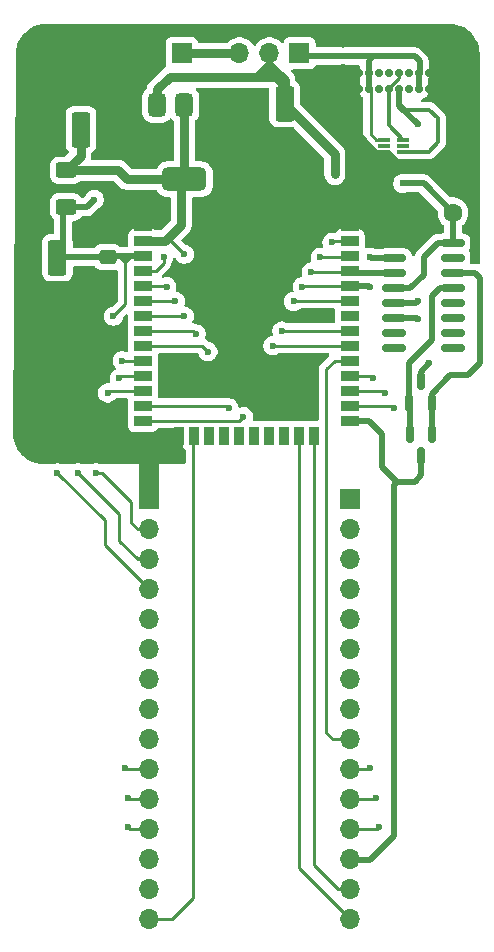
<source format=gbr>
%TF.GenerationSoftware,KiCad,Pcbnew,8.99.0-unknown-e6b739776e~181~ubuntu24.04.1*%
%TF.CreationDate,2024-12-30T21:47:43+01:00*%
%TF.ProjectId,Spinne_Werkstatt,5370696e-6e65-45f5-9765-726b73746174,rev?*%
%TF.SameCoordinates,Original*%
%TF.FileFunction,Copper,L1,Top*%
%TF.FilePolarity,Positive*%
%FSLAX46Y46*%
G04 Gerber Fmt 4.6, Leading zero omitted, Abs format (unit mm)*
G04 Created by KiCad (PCBNEW 8.99.0-unknown-e6b739776e~181~ubuntu24.04.1) date 2024-12-30 21:47:43*
%MOMM*%
%LPD*%
G01*
G04 APERTURE LIST*
G04 Aperture macros list*
%AMRoundRect*
0 Rectangle with rounded corners*
0 $1 Rounding radius*
0 $2 $3 $4 $5 $6 $7 $8 $9 X,Y pos of 4 corners*
0 Add a 4 corners polygon primitive as box body*
4,1,4,$2,$3,$4,$5,$6,$7,$8,$9,$2,$3,0*
0 Add four circle primitives for the rounded corners*
1,1,$1+$1,$2,$3*
1,1,$1+$1,$4,$5*
1,1,$1+$1,$6,$7*
1,1,$1+$1,$8,$9*
0 Add four rect primitives between the rounded corners*
20,1,$1+$1,$2,$3,$4,$5,0*
20,1,$1+$1,$4,$5,$6,$7,0*
20,1,$1+$1,$6,$7,$8,$9,0*
20,1,$1+$1,$8,$9,$2,$3,0*%
G04 Aperture macros list end*
%TA.AperFunction,SMDPad,CuDef*%
%ADD10RoundRect,0.250000X-0.625000X0.400000X-0.625000X-0.400000X0.625000X-0.400000X0.625000X0.400000X0*%
%TD*%
%TA.AperFunction,SMDPad,CuDef*%
%ADD11RoundRect,0.250000X0.550000X-1.250000X0.550000X1.250000X-0.550000X1.250000X-0.550000X-1.250000X0*%
%TD*%
%TA.AperFunction,SMDPad,CuDef*%
%ADD12RoundRect,0.250000X-0.475000X0.337500X-0.475000X-0.337500X0.475000X-0.337500X0.475000X0.337500X0*%
%TD*%
%TA.AperFunction,SMDPad,CuDef*%
%ADD13RoundRect,0.250000X-0.550000X1.250000X-0.550000X-1.250000X0.550000X-1.250000X0.550000X1.250000X0*%
%TD*%
%TA.AperFunction,ComponentPad*%
%ADD14C,0.700000*%
%TD*%
%TA.AperFunction,ComponentPad*%
%ADD15O,0.900000X2.400000*%
%TD*%
%TA.AperFunction,ComponentPad*%
%ADD16O,0.900000X1.700000*%
%TD*%
%TA.AperFunction,SMDPad,CuDef*%
%ADD17R,0.990000X0.300000*%
%TD*%
%TA.AperFunction,SMDPad,CuDef*%
%ADD18RoundRect,0.150000X-0.825000X-0.150000X0.825000X-0.150000X0.825000X0.150000X-0.825000X0.150000X0*%
%TD*%
%TA.AperFunction,SMDPad,CuDef*%
%ADD19RoundRect,0.150000X-0.150000X0.587500X-0.150000X-0.587500X0.150000X-0.587500X0.150000X0.587500X0*%
%TD*%
%TA.AperFunction,SMDPad,CuDef*%
%ADD20RoundRect,0.375000X-0.375000X0.625000X-0.375000X-0.625000X0.375000X-0.625000X0.375000X0.625000X0*%
%TD*%
%TA.AperFunction,SMDPad,CuDef*%
%ADD21RoundRect,0.500000X-1.400000X0.500000X-1.400000X-0.500000X1.400000X-0.500000X1.400000X0.500000X0*%
%TD*%
%TA.AperFunction,SMDPad,CuDef*%
%ADD22RoundRect,0.150000X0.150000X-0.587500X0.150000X0.587500X-0.150000X0.587500X-0.150000X-0.587500X0*%
%TD*%
%TA.AperFunction,ComponentPad*%
%ADD23O,1.700000X1.700000*%
%TD*%
%TA.AperFunction,ComponentPad*%
%ADD24R,1.700000X1.700000*%
%TD*%
%TA.AperFunction,ComponentPad*%
%ADD25C,1.600000*%
%TD*%
%TA.AperFunction,SMDPad,CuDef*%
%ADD26R,1.500000X0.900000*%
%TD*%
%TA.AperFunction,SMDPad,CuDef*%
%ADD27R,0.900000X1.500000*%
%TD*%
%TA.AperFunction,SMDPad,CuDef*%
%ADD28R,0.900000X0.900000*%
%TD*%
%TA.AperFunction,HeatsinkPad*%
%ADD29C,0.600000*%
%TD*%
%TA.AperFunction,SMDPad,CuDef*%
%ADD30R,3.800000X3.800000*%
%TD*%
%TA.AperFunction,ViaPad*%
%ADD31C,0.600000*%
%TD*%
%TA.AperFunction,Conductor*%
%ADD32C,0.299974*%
%TD*%
%TA.AperFunction,Conductor*%
%ADD33C,0.762000*%
%TD*%
%TA.AperFunction,Conductor*%
%ADD34C,0.254000*%
%TD*%
%TA.AperFunction,Conductor*%
%ADD35C,0.508000*%
%TD*%
%TA.AperFunction,Conductor*%
%ADD36C,1.700000*%
%TD*%
G04 APERTURE END LIST*
D10*
%TO.P,ESP_EN_R1,1*%
%TO.N,+3V3*%
X124000000Y-49650000D03*
%TO.P,ESP_EN_R1,2*%
%TO.N,ESP32_EN*%
X124000000Y-52750000D03*
%TD*%
D11*
%TO.P,C_3.3V1,1*%
%TO.N,+3V3*%
X125250000Y-46200000D03*
%TO.P,C_3.3V1,2*%
%TO.N,GND*%
X125250000Y-41800000D03*
%TD*%
D12*
%TO.P,C_ESP2,1*%
%TO.N,ESP32_EN*%
X127500000Y-57000000D03*
%TO.P,C_ESP2,2*%
%TO.N,GND*%
X127500000Y-59075000D03*
%TD*%
D13*
%TO.P,C_ESP1,1*%
%TO.N,ESP32_EN*%
X123250000Y-57050000D03*
%TO.P,C_ESP1,2*%
%TO.N,GND*%
X123250000Y-61450000D03*
%TD*%
D14*
%TO.P,USB-C1,A1,GND*%
%TO.N,GND*%
X154725000Y-42775000D03*
%TO.P,USB-C1,A4,VBUS*%
%TO.N,VBUS*%
X153875000Y-42775000D03*
%TO.P,USB-C1,A5,CC1*%
%TO.N,unconnected-(USB-C1-CC1-PadA5)*%
X153025000Y-42775000D03*
%TO.P,USB-C1,A6,D+*%
%TO.N,D+*%
X152175000Y-42775000D03*
%TO.P,USB-C1,A7,D-*%
%TO.N,D-*%
X151325000Y-42775000D03*
%TO.P,USB-C1,A8,SBU1*%
%TO.N,unconnected-(USB-C1-SBU1-PadA8)*%
X150475000Y-42775000D03*
%TO.P,USB-C1,A9,VBUS*%
%TO.N,VBUS*%
X149625000Y-42775000D03*
%TO.P,USB-C1,A12,GND*%
%TO.N,GND*%
X148775000Y-42775000D03*
%TO.P,USB-C1,B1,GND*%
X148775000Y-41425000D03*
%TO.P,USB-C1,B4,VBUS*%
%TO.N,VBUS*%
X149625000Y-41425000D03*
%TO.P,USB-C1,B5,CC2*%
%TO.N,unconnected-(USB-C1-CC2-PadB5)*%
X150475000Y-41425000D03*
%TO.P,USB-C1,B6,D+*%
%TO.N,D+*%
X151325000Y-41425000D03*
%TO.P,USB-C1,B7,D-*%
%TO.N,D-*%
X152175000Y-41425000D03*
%TO.P,USB-C1,B8,SBU2*%
%TO.N,unconnected-(USB-C1-SBU2-PadB8)*%
X153025000Y-41425000D03*
%TO.P,USB-C1,B9,VBUS*%
%TO.N,VBUS*%
X153875000Y-41425000D03*
%TO.P,USB-C1,B12,GND*%
%TO.N,GND*%
X154725000Y-41425000D03*
D15*
%TO.P,USB-C1,S1,SHIELD*%
X156075000Y-41795000D03*
D16*
X156075000Y-38415000D03*
D15*
X147425000Y-41795000D03*
D16*
X147425000Y-38415000D03*
%TD*%
D17*
%TO.P,D1,1,I/O1*%
%TO.N,D+*%
X152555000Y-48055000D03*
%TO.P,D1,2*%
%TO.N,N/C*%
X152555000Y-47555000D03*
%TO.P,D1,3,I/O2*%
%TO.N,D-*%
X152555000Y-47055000D03*
%TO.P,D1,4,I/O3*%
%TO.N,VBUS*%
X150945000Y-47055000D03*
%TO.P,D1,5*%
%TO.N,N/C*%
X150945000Y-47555000D03*
%TO.P,D1,6,GND*%
%TO.N,GND*%
X150945000Y-48055000D03*
%TD*%
D18*
%TO.P,U2,1,GND*%
%TO.N,GND*%
X151775000Y-55805000D03*
%TO.P,U2,2,TXD*%
%TO.N,ESP_RX*%
X151775000Y-57075000D03*
%TO.P,U2,3,RXD*%
%TO.N,ESP_TX*%
X151775000Y-58345000D03*
%TO.P,U2,4,V3*%
%TO.N,+3V3*%
X151775000Y-59615000D03*
%TO.P,U2,5,UD+*%
%TO.N,D+*%
X151775000Y-60885000D03*
%TO.P,U2,6,UD-*%
%TO.N,D-*%
X151775000Y-62155000D03*
%TO.P,U2,7,NC*%
%TO.N,unconnected-(U2-NC-Pad7)*%
X151775000Y-63425000D03*
%TO.P,U2,8,NC*%
%TO.N,unconnected-(U2-NC-Pad8)*%
X151775000Y-64695000D03*
%TO.P,U2,9,~{CTS}*%
%TO.N,unconnected-(U2-~{CTS}-Pad9)*%
X156725000Y-64695000D03*
%TO.P,U2,10,~{DSR}*%
%TO.N,unconnected-(U2-~{DSR}-Pad10)*%
X156725000Y-63425000D03*
%TO.P,U2,11,~{RI}*%
%TO.N,unconnected-(U2-~{RI}-Pad11)*%
X156725000Y-62155000D03*
%TO.P,U2,12,~{DCD}*%
%TO.N,unconnected-(U2-~{DCD}-Pad12)*%
X156725000Y-60885000D03*
%TO.P,U2,13,~{DTR}*%
%TO.N,Net-(Q1-G)*%
X156725000Y-59615000D03*
%TO.P,U2,14,~{RTS}*%
%TO.N,Net-(Q1-S)*%
X156725000Y-58345000D03*
%TO.P,U2,15,R232*%
%TO.N,unconnected-(U2-R232-Pad15)*%
X156725000Y-57075000D03*
%TO.P,U2,16,VCC*%
%TO.N,+3V3*%
X156725000Y-55805000D03*
%TD*%
D19*
%TO.P,Q2,1,G*%
%TO.N,Net-(Q1-S)*%
X155000000Y-72000000D03*
%TO.P,Q2,2,S*%
%TO.N,Net-(Q1-G)*%
X153100000Y-72000000D03*
%TO.P,Q2,3,D*%
%TO.N,ESP32_IO0*%
X154050000Y-73875000D03*
%TD*%
D20*
%TO.P,Spannungsregler1,1,GND*%
%TO.N,GND*%
X136300000Y-44100000D03*
%TO.P,Spannungsregler1,2,VO*%
%TO.N,+3V3*%
X134000000Y-44100000D03*
D21*
X134000000Y-50400000D03*
D20*
%TO.P,Spannungsregler1,3,VI*%
%TO.N,+5V*%
X131700000Y-44100000D03*
%TD*%
D22*
%TO.P,Q1,1,G*%
%TO.N,Net-(Q1-G)*%
X153050000Y-69375000D03*
%TO.P,Q1,2,S*%
%TO.N,Net-(Q1-S)*%
X154950000Y-69375000D03*
%TO.P,Q1,3,D*%
%TO.N,ESP32_EN*%
X154000000Y-67500000D03*
%TD*%
D23*
%TO.P,J1,2,Pin_2*%
%TO.N,GND*%
X131235000Y-39750000D03*
D24*
%TO.P,J1,1,Pin_1*%
%TO.N,VCC*%
X133775000Y-39750000D03*
%TD*%
%TO.P,J3,1,Pin_1*%
%TO.N,VBUS*%
X143750000Y-39750000D03*
D23*
%TO.P,J3,2,Pin_2*%
%TO.N,+5V*%
X141210000Y-39750000D03*
%TO.P,J3,3,Pin_3*%
%TO.N,VCC*%
X138670000Y-39750000D03*
%TD*%
D25*
%TO.P,C_USB_UART1,1*%
%TO.N,+3V3*%
X156750000Y-53250000D03*
%TO.P,C_USB_UART1,2*%
%TO.N,GND*%
X151750000Y-53250000D03*
%TD*%
D13*
%TO.P,C_5V1,1*%
%TO.N,+5V*%
X142500000Y-44000000D03*
%TO.P,C_5V1,2*%
%TO.N,GND*%
X142500000Y-48400000D03*
%TD*%
D23*
%TO.P,esp_right1,15,Pin_15*%
%TO.N,pin23*%
X148000000Y-113060000D03*
%TO.P,esp_right1,14,Pin_14*%
%TO.N,pin24*%
X148000000Y-110520000D03*
%TO.P,esp_right1,13,Pin_13*%
%TO.N,ESP32_IO0*%
X148000000Y-107980000D03*
%TO.P,esp_right1,12,Pin_12*%
%TO.N,pin26*%
X148000000Y-105440000D03*
%TO.P,esp_right1,11,Pin_11*%
%TO.N,pin27*%
X148000000Y-102900000D03*
%TO.P,esp_right1,10,Pin_10*%
%TO.N,pin28*%
X148000000Y-100360000D03*
%TO.P,esp_right1,9,Pin_9*%
%TO.N,pin29*%
X148000000Y-97820000D03*
%TO.P,esp_right1,8,Pin_8*%
%TO.N,pin30*%
X148000000Y-95280000D03*
%TO.P,esp_right1,7,Pin_7*%
%TO.N,pin31*%
X148000000Y-92740000D03*
%TO.P,esp_right1,6,Pin_6*%
%TO.N,pin33*%
X148000000Y-90200000D03*
%TO.P,esp_right1,5,Pin_5*%
%TO.N,ESP_RX*%
X148000000Y-87660000D03*
%TO.P,esp_right1,4,Pin_4*%
%TO.N,ESP_TX*%
X148000000Y-85120000D03*
%TO.P,esp_right1,3,Pin_3*%
%TO.N,pin36*%
X148000000Y-82580000D03*
%TO.P,esp_right1,2,Pin_2*%
%TO.N,pin37*%
X148000000Y-80040000D03*
D24*
%TO.P,esp_right1,1,Pin_1*%
%TO.N,+5V*%
X148000000Y-77500000D03*
%TD*%
D23*
%TO.P,esp_left1,15,Pin_15*%
%TO.N,pin16*%
X131000000Y-113060000D03*
%TO.P,esp_left1,14,Pin_14*%
%TO.N,pin14*%
X131000000Y-110520000D03*
%TO.P,esp_left1,13,Pin_13*%
%TO.N,pin13*%
X131000000Y-107980000D03*
%TO.P,esp_left1,12,Pin_12*%
%TO.N,pin12*%
X131000000Y-105440000D03*
%TO.P,esp_left1,11,Pin_11*%
%TO.N,pin11*%
X131000000Y-102900000D03*
%TO.P,esp_left1,10,Pin_10*%
%TO.N,pin10*%
X131000000Y-100360000D03*
%TO.P,esp_left1,9,Pin_9*%
%TO.N,pin9*%
X131000000Y-97820000D03*
%TO.P,esp_left1,8,Pin_8*%
%TO.N,pin8*%
X131000000Y-95280000D03*
%TO.P,esp_left1,7,Pin_7*%
%TO.N,pin7*%
X131000000Y-92740000D03*
%TO.P,esp_left1,6,Pin_6*%
%TO.N,pin6*%
X131000000Y-90200000D03*
%TO.P,esp_left1,5,Pin_5*%
%TO.N,pin5*%
X131000000Y-87660000D03*
%TO.P,esp_left1,4,Pin_4*%
%TO.N,pin4*%
X131000000Y-85120000D03*
%TO.P,esp_left1,3,Pin_3*%
%TO.N,ESP32_EN*%
X131000000Y-82580000D03*
%TO.P,esp_left1,2,Pin_2*%
%TO.N,+3V3*%
X131000000Y-80040000D03*
D24*
%TO.P,esp_left1,1,Pin_1*%
%TO.N,GND*%
X131000000Y-77500000D03*
%TD*%
D26*
%TO.P,U1,1,GND*%
%TO.N,GND*%
X130500000Y-54340000D03*
%TO.P,U1,2,VDD*%
%TO.N,+3V3*%
X130500000Y-55610000D03*
%TO.P,U1,3,EN*%
%TO.N,ESP32_EN*%
X130500000Y-56880000D03*
%TO.P,U1,4,SENSOR_VP*%
%TO.N,pin4*%
X130500000Y-58150000D03*
%TO.P,U1,5,SENSOR_VN*%
%TO.N,pin5*%
X130500000Y-59420000D03*
%TO.P,U1,6,IO34*%
%TO.N,pin6*%
X130500000Y-60690000D03*
%TO.P,U1,7,IO35*%
%TO.N,pin7*%
X130500000Y-61960000D03*
%TO.P,U1,8,IO32*%
%TO.N,pin8*%
X130500000Y-63230000D03*
%TO.P,U1,9,IO33*%
%TO.N,pin9*%
X130500000Y-64500000D03*
%TO.P,U1,10,IO25*%
%TO.N,pin10*%
X130500000Y-65770000D03*
%TO.P,U1,11,IO26*%
%TO.N,pin11*%
X130500000Y-67040000D03*
%TO.P,U1,12,IO27*%
%TO.N,pin12*%
X130500000Y-68310000D03*
%TO.P,U1,13,IO14*%
%TO.N,pin13*%
X130500000Y-69580000D03*
%TO.P,U1,14,IO12*%
%TO.N,pin14*%
X130500000Y-70850000D03*
D27*
%TO.P,U1,15,GND*%
%TO.N,GND*%
X133535000Y-72100000D03*
%TO.P,U1,16,IO13*%
%TO.N,pin16*%
X134805000Y-72100000D03*
%TO.P,U1,17,NC*%
%TO.N,unconnected-(U1-NC-Pad17)*%
X136075000Y-72100000D03*
%TO.P,U1,18,NC*%
%TO.N,unconnected-(U1-NC-Pad18)*%
X137345000Y-72100000D03*
%TO.P,U1,19,NC*%
%TO.N,unconnected-(U1-NC-Pad19)*%
X138615000Y-72100000D03*
%TO.P,U1,20,NC*%
%TO.N,unconnected-(U1-NC-Pad20)*%
X139885000Y-72100000D03*
%TO.P,U1,21,NC*%
%TO.N,unconnected-(U1-NC-Pad21)*%
X141155000Y-72100000D03*
%TO.P,U1,22,NC*%
%TO.N,unconnected-(U1-NC-Pad22)*%
X142425000Y-72100000D03*
%TO.P,U1,23,IO15*%
%TO.N,pin23*%
X143695000Y-72100000D03*
%TO.P,U1,24,IO2*%
%TO.N,pin24*%
X144965000Y-72100000D03*
D26*
%TO.P,U1,25,IO0*%
%TO.N,ESP32_IO0*%
X148000000Y-70850000D03*
%TO.P,U1,26,IO4*%
%TO.N,pin26*%
X148000000Y-69580000D03*
%TO.P,U1,27,IO16*%
%TO.N,pin27*%
X148000000Y-68310000D03*
%TO.P,U1,28,IO17*%
%TO.N,pin28*%
X148000000Y-67040000D03*
%TO.P,U1,29,IO5*%
%TO.N,pin29*%
X148000000Y-65770000D03*
%TO.P,U1,30,IO18*%
%TO.N,pin30*%
X148000000Y-64500000D03*
%TO.P,U1,31,IO19*%
%TO.N,pin31*%
X148000000Y-63230000D03*
%TO.P,U1,32,NC*%
%TO.N,unconnected-(U1-NC-Pad32)*%
X148000000Y-61960000D03*
%TO.P,U1,33,IO21*%
%TO.N,pin33*%
X148000000Y-60690000D03*
%TO.P,U1,34,RXD0/IO3*%
%TO.N,ESP_RX*%
X148000000Y-59420000D03*
%TO.P,U1,35,TXD0/IO1*%
%TO.N,ESP_TX*%
X148000000Y-58150000D03*
%TO.P,U1,36,IO22*%
%TO.N,pin36*%
X148000000Y-56880000D03*
%TO.P,U1,37,IO23*%
%TO.N,pin37*%
X148000000Y-55610000D03*
%TO.P,U1,38,GND*%
%TO.N,GND*%
X148000000Y-54340000D03*
D28*
%TO.P,U1,39,GND*%
X136350000Y-60280000D03*
D29*
X136350000Y-60980000D03*
D28*
X136350000Y-61680000D03*
D29*
X136350000Y-62380000D03*
D28*
X136350000Y-63080000D03*
D29*
X137050000Y-60280000D03*
X137050000Y-61680000D03*
X137050000Y-63080000D03*
D28*
X137750000Y-60280000D03*
D29*
X137750000Y-60980000D03*
D28*
X137750000Y-61680000D03*
D30*
X137750000Y-61680000D03*
D29*
X137750000Y-62380000D03*
D28*
X137750000Y-63080000D03*
D29*
X138450000Y-60280000D03*
X138450000Y-61680000D03*
X138450000Y-63080000D03*
D28*
X139150000Y-60280000D03*
D29*
X139150000Y-60980000D03*
D28*
X139150000Y-61680000D03*
D29*
X139150000Y-62380000D03*
D28*
X139150000Y-63080000D03*
%TD*%
D31*
%TO.N,+5V*%
X146750000Y-50000000D03*
%TO.N,+3V3*%
X134000000Y-56750000D03*
X126500000Y-75250000D03*
%TO.N,ESP32_EN*%
X128000000Y-62000000D03*
X125000000Y-75250000D03*
%TO.N,pin4*%
X132250000Y-57000000D03*
X123250000Y-75250000D03*
%TO.N,pin13*%
X137750000Y-69750000D03*
%TO.N,pin14*%
X139000000Y-70500000D03*
%TO.N,pin5*%
X132500000Y-59500000D03*
%TO.N,pin6*%
X133250000Y-60750000D03*
%TO.N,pin7*%
X134000000Y-62000000D03*
%TO.N,pin8*%
X135000000Y-63500000D03*
%TO.N,pin9*%
X136000000Y-65000000D03*
%TO.N,pin37*%
X146500000Y-55750000D03*
%TO.N,pin36*%
X145500000Y-57000000D03*
%TO.N,ESP_RX*%
X144000000Y-59500000D03*
%TO.N,ESP_TX*%
X144750000Y-58250000D03*
%TO.N,pin33*%
X143250000Y-60750000D03*
%TO.N,pin31*%
X142250000Y-63250000D03*
%TO.N,pin30*%
X141500000Y-64500000D03*
%TO.N,pin28*%
X149750000Y-100250000D03*
X150000000Y-67250000D03*
%TO.N,pin27*%
X150250000Y-102750000D03*
X151000000Y-68500000D03*
%TO.N,pin26*%
X150500000Y-105250000D03*
X151750000Y-69750000D03*
%TO.N,pin10*%
X128750000Y-65770000D03*
X129000000Y-100250000D03*
%TO.N,pin11*%
X128500000Y-67250000D03*
X129250000Y-102750000D03*
%TO.N,pin12*%
X127500000Y-68500000D03*
X129250000Y-105250000D03*
%TO.N,+3V3*%
X152500000Y-50750000D03*
%TO.N,ESP_RX*%
X149750000Y-57000000D03*
X149750000Y-59500000D03*
%TO.N,D+*%
X153750000Y-45750000D03*
X153750000Y-60750000D03*
%TO.N,D-*%
X153750000Y-62250000D03*
%TO.N,+3V3*%
X134000000Y-47500000D03*
%TO.N,ESP32_EN*%
X126375000Y-52125000D03*
X154750000Y-66000000D03*
%TD*%
D32*
%TO.N,D-*%
X152555000Y-47055000D02*
X151325000Y-45825000D01*
D33*
%TO.N,+5V*%
X146750000Y-50000000D02*
X146750000Y-48250000D01*
X146750000Y-48250000D02*
X142500000Y-44000000D01*
D34*
%TO.N,pin30*%
X141500000Y-64500000D02*
X148000000Y-64500000D01*
D35*
%TO.N,ESP32_EN*%
X126375000Y-52125000D02*
X125750000Y-52750000D01*
X125750000Y-52750000D02*
X124000000Y-52750000D01*
D34*
%TO.N,+3V3*%
X134000000Y-56750000D02*
X132860000Y-55610000D01*
X132860000Y-55610000D02*
X132390000Y-55610000D01*
%TO.N,pin4*%
X130500000Y-58150000D02*
X131600000Y-58150000D01*
X131600000Y-58150000D02*
X132250000Y-57500000D01*
X132250000Y-57000000D02*
X132250000Y-57500000D01*
%TO.N,+3V3*%
X131000000Y-80040000D02*
X130040000Y-80040000D01*
X130040000Y-80040000D02*
X129500000Y-79500000D01*
X129500000Y-79500000D02*
X129500000Y-77750000D01*
X129500000Y-77750000D02*
X127000000Y-75250000D01*
X127000000Y-75250000D02*
X126500000Y-75250000D01*
%TO.N,ESP32_EN*%
X125000000Y-75250000D02*
X125000000Y-75272214D01*
X125000000Y-75272214D02*
X128500000Y-78772214D01*
X128500000Y-78772214D02*
X128500000Y-81000000D01*
X128500000Y-81000000D02*
X130080000Y-82580000D01*
X130080000Y-82580000D02*
X131000000Y-82580000D01*
%TO.N,pin4*%
X123250000Y-75250000D02*
X127250000Y-79250000D01*
X127250000Y-79250000D02*
X127250000Y-81370000D01*
X127250000Y-81370000D02*
X131000000Y-85120000D01*
D36*
%TO.N,GND*%
X131000000Y-77500000D02*
X131000000Y-74250000D01*
D35*
%TO.N,ESP32_EN*%
X130500000Y-56880000D02*
X129500000Y-56880000D01*
D34*
X129000000Y-57380000D02*
X129500000Y-56880000D01*
X129000000Y-57500000D02*
X129000000Y-56880000D01*
D35*
X128500000Y-56880000D02*
X127620000Y-56880000D01*
D34*
X129000000Y-57500000D02*
X129000000Y-57380000D01*
X129000000Y-57380000D02*
X128500000Y-56880000D01*
D35*
X129500000Y-56880000D02*
X129000000Y-56880000D01*
D34*
X128000000Y-62000000D02*
X129000000Y-61000000D01*
X129000000Y-61000000D02*
X129000000Y-57500000D01*
%TO.N,pin13*%
X137750000Y-69750000D02*
X137580000Y-69580000D01*
X137580000Y-69580000D02*
X130500000Y-69580000D01*
%TO.N,pin14*%
X130500000Y-70850000D02*
X138650000Y-70850000D01*
X138650000Y-70850000D02*
X139000000Y-70500000D01*
%TO.N,pin5*%
X130500000Y-59420000D02*
X132420000Y-59420000D01*
X132420000Y-59420000D02*
X132500000Y-59500000D01*
%TO.N,pin6*%
X130500000Y-60690000D02*
X133190000Y-60690000D01*
X133190000Y-60690000D02*
X133250000Y-60750000D01*
%TO.N,pin9*%
X136000000Y-65000000D02*
X135500000Y-64500000D01*
X135500000Y-64500000D02*
X130500000Y-64500000D01*
%TO.N,pin7*%
X130540000Y-62000000D02*
X130500000Y-61960000D01*
X134000000Y-62000000D02*
X130540000Y-62000000D01*
%TO.N,pin8*%
X130500000Y-63230000D02*
X134730000Y-63230000D01*
X134730000Y-63230000D02*
X135000000Y-63500000D01*
%TO.N,pin37*%
X146640000Y-55610000D02*
X146500000Y-55750000D01*
X148000000Y-55610000D02*
X146640000Y-55610000D01*
%TO.N,pin36*%
X145500000Y-57000000D02*
X147880000Y-57000000D01*
X147880000Y-57000000D02*
X148000000Y-56880000D01*
%TO.N,ESP_TX*%
X144750000Y-58250000D02*
X147900000Y-58250000D01*
X147900000Y-58250000D02*
X148000000Y-58150000D01*
%TO.N,pin33*%
X143250000Y-60750000D02*
X143310000Y-60690000D01*
X143310000Y-60690000D02*
X148000000Y-60690000D01*
%TO.N,ESP_RX*%
X144000000Y-59500000D02*
X144080000Y-59420000D01*
X144080000Y-59420000D02*
X148000000Y-59420000D01*
%TO.N,pin31*%
X148000000Y-63230000D02*
X142270000Y-63230000D01*
X142270000Y-63230000D02*
X142250000Y-63250000D01*
%TO.N,pin28*%
X149640000Y-100360000D02*
X148000000Y-100360000D01*
X149750000Y-100250000D02*
X149640000Y-100360000D01*
%TO.N,pin29*%
X148000000Y-97820000D02*
X146570000Y-97820000D01*
X146570000Y-97820000D02*
X146000000Y-97250000D01*
X146000000Y-97250000D02*
X146000000Y-66500000D01*
X146000000Y-66500000D02*
X146750000Y-65750000D01*
X146750000Y-65750000D02*
X146770000Y-65770000D01*
X146770000Y-65770000D02*
X148000000Y-65770000D01*
%TO.N,pin27*%
X148000000Y-68310000D02*
X150810000Y-68310000D01*
X150810000Y-68310000D02*
X151000000Y-68500000D01*
%TO.N,pin28*%
X148000000Y-67040000D02*
X149790000Y-67040000D01*
X149790000Y-67040000D02*
X150000000Y-67250000D01*
%TO.N,pin27*%
X148000000Y-102900000D02*
X150100000Y-102900000D01*
X150100000Y-102900000D02*
X150250000Y-102750000D01*
%TO.N,pin26*%
X150310000Y-105440000D02*
X150500000Y-105250000D01*
X148000000Y-105440000D02*
X150310000Y-105440000D01*
X151580000Y-69580000D02*
X148000000Y-69580000D01*
X151750000Y-69750000D02*
X151580000Y-69580000D01*
%TO.N,pin24*%
X144965000Y-72100000D02*
X144965000Y-108465000D01*
X144965000Y-108465000D02*
X147020000Y-110520000D01*
X147020000Y-110520000D02*
X148000000Y-110520000D01*
%TO.N,pin23*%
X143695000Y-72100000D02*
X143695000Y-108755000D01*
X143695000Y-108755000D02*
X148000000Y-113060000D01*
D35*
%TO.N,ESP32_IO0*%
X152000000Y-76000000D02*
X151750000Y-76250000D01*
X151745000Y-81187269D02*
X151745000Y-106005000D01*
X151750000Y-76250000D02*
X151750000Y-81082622D01*
X151750000Y-81082622D02*
X151747497Y-81184772D01*
X151747497Y-81184772D02*
X151745000Y-81187269D01*
X151745000Y-106005000D02*
X149750000Y-108000000D01*
X149750000Y-108000000D02*
X148020000Y-108000000D01*
X148020000Y-108000000D02*
X148000000Y-107980000D01*
D34*
%TO.N,pin10*%
X128750000Y-65770000D02*
X130500000Y-65770000D01*
X129110000Y-100360000D02*
X129000000Y-100250000D01*
X131000000Y-100360000D02*
X129110000Y-100360000D01*
%TO.N,pin11*%
X130500000Y-67040000D02*
X128710000Y-67040000D01*
X128710000Y-67040000D02*
X128500000Y-67250000D01*
X129400000Y-102900000D02*
X129250000Y-102750000D01*
X131000000Y-102900000D02*
X129400000Y-102900000D01*
%TO.N,pin14*%
X130350000Y-71000000D02*
X130500000Y-70850000D01*
%TO.N,pin12*%
X131000000Y-105440000D02*
X129440000Y-105440000D01*
X129440000Y-105440000D02*
X129250000Y-105250000D01*
X127500000Y-68500000D02*
X127690000Y-68310000D01*
X127690000Y-68310000D02*
X130500000Y-68310000D01*
D35*
%TO.N,ESP32_EN*%
X128000000Y-57000000D02*
X123300000Y-57000000D01*
%TO.N,VBUS*%
X150000000Y-40000000D02*
X144000000Y-40000000D01*
X144000000Y-40000000D02*
X143750000Y-39750000D01*
D33*
%TO.N,VCC*%
X133775000Y-39750000D02*
X138670000Y-39750000D01*
D34*
%TO.N,pin16*%
X134750000Y-72155000D02*
X134805000Y-72100000D01*
D35*
%TO.N,+3V3*%
X154250000Y-50750000D02*
X152500000Y-50750000D01*
X156750000Y-53250000D02*
X154250000Y-50750000D01*
%TO.N,ESP_RX*%
X151775000Y-57075000D02*
X149825000Y-57075000D01*
X149825000Y-57075000D02*
X149750000Y-57000000D01*
X148000000Y-59420000D02*
X149670000Y-59420000D01*
X149670000Y-59420000D02*
X149750000Y-59500000D01*
%TO.N,GND*%
X133535000Y-72100000D02*
X133500000Y-72135000D01*
%TO.N,D+*%
X153750000Y-45750000D02*
X152175000Y-44175000D01*
X152175000Y-44175000D02*
X152175000Y-42775000D01*
D32*
%TO.N,D-*%
X151325000Y-45825000D02*
X151325000Y-42775000D01*
D35*
%TO.N,D+*%
X153615000Y-60885000D02*
X153750000Y-60750000D01*
X151775000Y-60885000D02*
X153615000Y-60885000D01*
D34*
%TO.N,D-*%
X152175000Y-41425000D02*
X152175000Y-41825000D01*
X151325000Y-42666163D02*
X151325000Y-42775000D01*
X152175000Y-41825000D02*
X151903000Y-42097000D01*
X151903000Y-42097000D02*
X151894163Y-42097000D01*
X151894163Y-42097000D02*
X151325000Y-42666163D01*
D32*
X151325000Y-42775000D02*
X151325000Y-42675000D01*
D35*
X151775000Y-62155000D02*
X153655000Y-62155000D01*
X153655000Y-62155000D02*
X153750000Y-62250000D01*
%TO.N,Net-(Q1-G)*%
X153050000Y-69375000D02*
X153050000Y-65950000D01*
X153050000Y-65950000D02*
X155000000Y-64000000D01*
X155000000Y-64000000D02*
X155000000Y-60250000D01*
X155000000Y-60250000D02*
X155635000Y-59615000D01*
X155635000Y-59615000D02*
X156725000Y-59615000D01*
D33*
%TO.N,+3V3*%
X134000000Y-50400000D02*
X134000000Y-44100000D01*
X124000000Y-49650000D02*
X128400000Y-49650000D01*
X128400000Y-49650000D02*
X129150000Y-50400000D01*
X134000000Y-50400000D02*
X129150000Y-50400000D01*
X132390000Y-55610000D02*
X133750000Y-54250000D01*
X130500000Y-55610000D02*
X132390000Y-55610000D01*
X133750000Y-54250000D02*
X133750000Y-50650000D01*
X133750000Y-50650000D02*
X134000000Y-50400000D01*
X124000000Y-49650000D02*
X125250000Y-48400000D01*
X125250000Y-48400000D02*
X125250000Y-46200000D01*
%TO.N,+5V*%
X142500000Y-42500000D02*
X142500000Y-42000000D01*
X142500000Y-42500000D02*
X141750000Y-41750000D01*
X141750000Y-41750000D02*
X141250000Y-41750000D01*
X140170000Y-41750000D02*
X141250000Y-41750000D01*
X141210000Y-40710000D02*
X141375000Y-40875000D01*
X141375000Y-40875000D02*
X141375000Y-41625000D01*
X141375000Y-41625000D02*
X141250000Y-41750000D01*
X141250000Y-41750000D02*
X142250000Y-41750000D01*
X142250000Y-41750000D02*
X142500000Y-42000000D01*
X131700000Y-44100000D02*
X131700000Y-42800000D01*
X131700000Y-42800000D02*
X132750000Y-41750000D01*
X132750000Y-41750000D02*
X140170000Y-41750000D01*
X140170000Y-41750000D02*
X141210000Y-40710000D01*
X142500000Y-44000000D02*
X142500000Y-42500000D01*
X142500000Y-42000000D02*
X141210000Y-40710000D01*
D35*
%TO.N,+3V3*%
X156725000Y-55805000D02*
X156725000Y-53275000D01*
X156725000Y-53275000D02*
X156750000Y-53250000D01*
X154250000Y-58500000D02*
X154250000Y-57000000D01*
X151775000Y-59615000D02*
X153135000Y-59615000D01*
X155445000Y-55805000D02*
X156725000Y-55805000D01*
X153135000Y-59615000D02*
X154250000Y-58500000D01*
X154250000Y-57000000D02*
X155445000Y-55805000D01*
D32*
%TO.N,GND*%
X151305000Y-48055000D02*
X152500000Y-49250000D01*
X150945000Y-48055000D02*
X151305000Y-48055000D01*
X149375000Y-47125000D02*
X149000000Y-46750000D01*
X150250000Y-48055000D02*
X150250000Y-48000000D01*
X150945000Y-48055000D02*
X150250000Y-48055000D01*
X150250000Y-48000000D02*
X149375000Y-47125000D01*
X150250000Y-48055000D02*
X149805000Y-48055000D01*
X149805000Y-48055000D02*
X149750000Y-48000000D01*
X150945000Y-48695000D02*
X151000000Y-48750000D01*
X150945000Y-48055000D02*
X150945000Y-48695000D01*
D35*
%TO.N,ESP32_EN*%
X123300000Y-57000000D02*
X123750000Y-56550000D01*
X123750000Y-56550000D02*
X123750000Y-53000000D01*
X123750000Y-53000000D02*
X124000000Y-52750000D01*
X123250000Y-57050000D02*
X123300000Y-57000000D01*
X129000000Y-56880000D02*
X128500000Y-56880000D01*
X127620000Y-56880000D02*
X127500000Y-57000000D01*
X154000000Y-66750000D02*
X154750000Y-66000000D01*
X154000000Y-67500000D02*
X154000000Y-66750000D01*
%TO.N,Net-(Q1-S)*%
X154950000Y-69375000D02*
X154950000Y-68550000D01*
X154950000Y-68550000D02*
X156500000Y-67000000D01*
X156500000Y-67000000D02*
X158000000Y-67000000D01*
X158000000Y-67000000D02*
X159000000Y-66000000D01*
X159000000Y-66000000D02*
X159000000Y-58750000D01*
X159000000Y-58750000D02*
X158595000Y-58345000D01*
X158595000Y-58345000D02*
X156725000Y-58345000D01*
%TO.N,ESP32_IO0*%
X154050000Y-73875000D02*
X154050000Y-75450000D01*
X154050000Y-75450000D02*
X153500000Y-76000000D01*
X153500000Y-76000000D02*
X152000000Y-76000000D01*
X152000000Y-76000000D02*
X150750000Y-74750000D01*
X150750000Y-74750000D02*
X150750000Y-72000000D01*
X150750000Y-72000000D02*
X149600000Y-70850000D01*
X149600000Y-70850000D02*
X148000000Y-70850000D01*
%TO.N,Net-(Q1-S)*%
X155000000Y-72000000D02*
X155000000Y-69425000D01*
X155000000Y-69425000D02*
X154950000Y-69375000D01*
%TO.N,Net-(Q1-G)*%
X153100000Y-72000000D02*
X153100000Y-69425000D01*
X153100000Y-69425000D02*
X153050000Y-69375000D01*
%TO.N,ESP_TX*%
X151775000Y-58345000D02*
X148195000Y-58345000D01*
X148195000Y-58345000D02*
X148000000Y-58150000D01*
D32*
%TO.N,D+*%
X155500000Y-45250000D02*
X155500000Y-47250000D01*
X154695000Y-48055000D02*
X152555000Y-48055000D01*
X152175000Y-43925000D02*
X152750000Y-44500000D01*
X152175000Y-42775000D02*
X152175000Y-43925000D01*
X152750000Y-44500000D02*
X154750000Y-44500000D01*
X155500000Y-47250000D02*
X154695000Y-48055000D01*
X154750000Y-44500000D02*
X155500000Y-45250000D01*
D34*
%TO.N,VBUS*%
X149797000Y-46602000D02*
X149797000Y-42947000D01*
X149797000Y-42947000D02*
X149625000Y-42775000D01*
X150945000Y-47055000D02*
X150250000Y-47055000D01*
X150250000Y-47055000D02*
X149797000Y-46602000D01*
X149500000Y-42900000D02*
X149625000Y-42775000D01*
X150945000Y-47055000D02*
X150923000Y-47077000D01*
D35*
X153875000Y-41425000D02*
X153875000Y-42775000D01*
X153920000Y-40420000D02*
X153500000Y-40000000D01*
X153920000Y-41330000D02*
X153920000Y-40420000D01*
X153875000Y-41375000D02*
X153920000Y-41330000D01*
X153875000Y-41425000D02*
X153875000Y-41375000D01*
X153500000Y-40000000D02*
X150000000Y-40000000D01*
X149625000Y-41425000D02*
X149625000Y-40375000D01*
X149625000Y-40375000D02*
X150000000Y-40000000D01*
X149625000Y-41425000D02*
X149625000Y-42775000D01*
D34*
%TO.N,pin16*%
X131000000Y-113060000D02*
X132940000Y-113060000D01*
X134750000Y-111250000D02*
X134750000Y-72155000D01*
X132940000Y-113060000D02*
X134750000Y-111250000D01*
%TD*%
%TA.AperFunction,Conductor*%
%TO.N,GND*%
G36*
X156463801Y-37250230D02*
G01*
X156494523Y-37252088D01*
X156758566Y-37268059D01*
X156773647Y-37269890D01*
X157060374Y-37322435D01*
X157075121Y-37326070D01*
X157353432Y-37412795D01*
X157367644Y-37418186D01*
X157427978Y-37445340D01*
X157633445Y-37537813D01*
X157646910Y-37544879D01*
X157896373Y-37695685D01*
X157908872Y-37704312D01*
X158138342Y-37884090D01*
X158149722Y-37894173D01*
X158355826Y-38100277D01*
X158365910Y-38111658D01*
X158545684Y-38341124D01*
X158554316Y-38353629D01*
X158644828Y-38503354D01*
X158705116Y-38603082D01*
X158712186Y-38616554D01*
X158831811Y-38882350D01*
X158837207Y-38896576D01*
X158906482Y-39118888D01*
X158923925Y-39174862D01*
X158927566Y-39189636D01*
X158980107Y-39476340D01*
X158981941Y-39491444D01*
X158999770Y-39786197D01*
X159000000Y-39793805D01*
X159000000Y-57498860D01*
X158992042Y-57525959D01*
X158987385Y-57553813D01*
X158982180Y-57559548D01*
X158979998Y-57566981D01*
X158958653Y-57585475D01*
X158939676Y-57606390D01*
X158932196Y-57608401D01*
X158926342Y-57613474D01*
X158898385Y-57617493D01*
X158871115Y-57624827D01*
X158861491Y-57622798D01*
X158856068Y-57623578D01*
X158835743Y-57618912D01*
X158830680Y-57617298D01*
X158817413Y-57611803D01*
X158813768Y-57611078D01*
X158806835Y-57609698D01*
X158806826Y-57609696D01*
X158670100Y-57582500D01*
X158299680Y-57582500D01*
X158231559Y-57562498D01*
X158185066Y-57508842D01*
X158174962Y-57438568D01*
X158178680Y-57421358D01*
X158205562Y-57328831D01*
X158208499Y-57291511D01*
X158208500Y-57291511D01*
X158208500Y-56858489D01*
X158208499Y-56858488D01*
X158207269Y-56842865D01*
X158205562Y-56821169D01*
X158159145Y-56661399D01*
X158159143Y-56661397D01*
X158159143Y-56661394D01*
X158074456Y-56518198D01*
X158074455Y-56518197D01*
X158074453Y-56518193D01*
X158074449Y-56518189D01*
X158073708Y-56517233D01*
X158073356Y-56516337D01*
X158070418Y-56511369D01*
X158071219Y-56510895D01*
X158047756Y-56451150D01*
X158061652Y-56381526D01*
X158073708Y-56362767D01*
X158074445Y-56361814D01*
X158074453Y-56361807D01*
X158149678Y-56234609D01*
X158159143Y-56218605D01*
X158159143Y-56218603D01*
X158159145Y-56218601D01*
X158205562Y-56058831D01*
X158208499Y-56021511D01*
X158208500Y-56021511D01*
X158208500Y-55588489D01*
X158208499Y-55588488D01*
X158205562Y-55551171D01*
X158205562Y-55551170D01*
X158201963Y-55538781D01*
X158159145Y-55391399D01*
X158159143Y-55391397D01*
X158159143Y-55391394D01*
X158074455Y-55248196D01*
X158074450Y-55248189D01*
X157956810Y-55130549D01*
X157956803Y-55130544D01*
X157813605Y-55045856D01*
X157653829Y-54999437D01*
X157616511Y-54996500D01*
X157616502Y-54996500D01*
X157613500Y-54996500D01*
X157545379Y-54976498D01*
X157498886Y-54922842D01*
X157487500Y-54870500D01*
X157487500Y-54395769D01*
X157507502Y-54327648D01*
X157539439Y-54293833D01*
X157602430Y-54248068D01*
X157748068Y-54102430D01*
X157869129Y-53935803D01*
X157962634Y-53752290D01*
X158026280Y-53556408D01*
X158058500Y-53352981D01*
X158058500Y-53147019D01*
X158026280Y-52943592D01*
X157962634Y-52747710D01*
X157869129Y-52564197D01*
X157748068Y-52397570D01*
X157748065Y-52397567D01*
X157748063Y-52397564D01*
X157602435Y-52251936D01*
X157602432Y-52251934D01*
X157602430Y-52251932D01*
X157435803Y-52130871D01*
X157252290Y-52037366D01*
X157252287Y-52037365D01*
X157252285Y-52037364D01*
X157056412Y-51973721D01*
X157056410Y-51973720D01*
X157056408Y-51973720D01*
X156852981Y-51941500D01*
X156647019Y-51941500D01*
X156636137Y-51943223D01*
X156600634Y-51948846D01*
X156530223Y-51939746D01*
X156491830Y-51913492D01*
X154736069Y-50157730D01*
X154736065Y-50157727D01*
X154611179Y-50074282D01*
X154472415Y-50016804D01*
X154472414Y-50016803D01*
X154325103Y-49987500D01*
X154325100Y-49987500D01*
X152796939Y-49987500D01*
X152748721Y-49977909D01*
X152735837Y-49972572D01*
X152735831Y-49972570D01*
X152579632Y-49941500D01*
X152579630Y-49941500D01*
X152420370Y-49941500D01*
X152420367Y-49941500D01*
X152303219Y-49964802D01*
X152264169Y-49972570D01*
X152157383Y-50016803D01*
X152117032Y-50033517D01*
X151984609Y-50121998D01*
X151984603Y-50122003D01*
X151872003Y-50234603D01*
X151871998Y-50234609D01*
X151783517Y-50367032D01*
X151722571Y-50514167D01*
X151722570Y-50514170D01*
X151691500Y-50670367D01*
X151691500Y-50829632D01*
X151703409Y-50889500D01*
X151722570Y-50985831D01*
X151783517Y-51132968D01*
X151871997Y-51265389D01*
X151871998Y-51265390D01*
X151872003Y-51265396D01*
X151984603Y-51377996D01*
X151984609Y-51378001D01*
X151984611Y-51378003D01*
X152117032Y-51466483D01*
X152264169Y-51527430D01*
X152420370Y-51558500D01*
X152420371Y-51558500D01*
X152579629Y-51558500D01*
X152579630Y-51558500D01*
X152735831Y-51527430D01*
X152744580Y-51523805D01*
X152748721Y-51522091D01*
X152796939Y-51512500D01*
X153881972Y-51512500D01*
X153950093Y-51532502D01*
X153971067Y-51549405D01*
X155413492Y-52991830D01*
X155447518Y-53054142D01*
X155448846Y-53100634D01*
X155441500Y-53147019D01*
X155441500Y-53352981D01*
X155466766Y-53512500D01*
X155473721Y-53556412D01*
X155536306Y-53749030D01*
X155537366Y-53752290D01*
X155630871Y-53935803D01*
X155751932Y-54102430D01*
X155751934Y-54102432D01*
X155751936Y-54102435D01*
X155897568Y-54248067D01*
X155910560Y-54257506D01*
X155953914Y-54313728D01*
X155962500Y-54359443D01*
X155962500Y-54870500D01*
X155942498Y-54938621D01*
X155888842Y-54985114D01*
X155863898Y-54993485D01*
X155850364Y-54996500D01*
X155833498Y-54996500D01*
X155796169Y-54999438D01*
X155661323Y-55038613D01*
X155657413Y-55039485D01*
X155653177Y-55039203D01*
X155630015Y-55042500D01*
X155369896Y-55042500D01*
X155222585Y-55071803D01*
X155222584Y-55071804D01*
X155141295Y-55105475D01*
X155101409Y-55121997D01*
X155083819Y-55129283D01*
X154958939Y-55212725D01*
X154958937Y-55212726D01*
X153657726Y-56513935D01*
X153591202Y-56613499D01*
X153591201Y-56613500D01*
X153574283Y-56638819D01*
X153516804Y-56777584D01*
X153504882Y-56837516D01*
X153471973Y-56900425D01*
X153410278Y-56935556D01*
X153339383Y-56931755D01*
X153281798Y-56890229D01*
X153257090Y-56827431D01*
X153256718Y-56827500D01*
X153256372Y-56825605D01*
X153255804Y-56824162D01*
X153255704Y-56822978D01*
X153255562Y-56821169D01*
X153209145Y-56661399D01*
X153209143Y-56661397D01*
X153209143Y-56661394D01*
X153124455Y-56518196D01*
X153124450Y-56518189D01*
X153006810Y-56400549D01*
X153006803Y-56400544D01*
X152863605Y-56315856D01*
X152703829Y-56269437D01*
X152666511Y-56266500D01*
X152666502Y-56266500D01*
X150883498Y-56266500D01*
X150883489Y-56266500D01*
X150846171Y-56269437D01*
X150846167Y-56269438D01*
X150715167Y-56307497D01*
X150680015Y-56312500D01*
X150214565Y-56312500D01*
X150146444Y-56292498D01*
X150144565Y-56291266D01*
X150132968Y-56283517D01*
X150132964Y-56283515D01*
X150078615Y-56261003D01*
X149985831Y-56222570D01*
X149907730Y-56207035D01*
X149829632Y-56191500D01*
X149829630Y-56191500D01*
X149670370Y-56191500D01*
X149670367Y-56191500D01*
X149553219Y-56214802D01*
X149514169Y-56222570D01*
X149514167Y-56222570D01*
X149514162Y-56222572D01*
X149429959Y-56257450D01*
X149359369Y-56265039D01*
X149295882Y-56233259D01*
X149259656Y-56172200D01*
X149256464Y-56127573D01*
X149258500Y-56108638D01*
X149258500Y-55111362D01*
X149258499Y-55111350D01*
X149251990Y-55050803D01*
X149251988Y-55050795D01*
X149204263Y-54922842D01*
X149200889Y-54913796D01*
X149200888Y-54913794D01*
X149200887Y-54913792D01*
X149113261Y-54796738D01*
X148996207Y-54709112D01*
X148996202Y-54709110D01*
X148859204Y-54658011D01*
X148859196Y-54658009D01*
X148798649Y-54651500D01*
X148798638Y-54651500D01*
X147201362Y-54651500D01*
X147201350Y-54651500D01*
X147140803Y-54658009D01*
X147140795Y-54658011D01*
X147003797Y-54709110D01*
X147003792Y-54709112D01*
X146886738Y-54796738D01*
X146800194Y-54912349D01*
X146743358Y-54954896D01*
X146674745Y-54960419D01*
X146579635Y-54941500D01*
X146579630Y-54941500D01*
X146420370Y-54941500D01*
X146420367Y-54941500D01*
X146303219Y-54964802D01*
X146264169Y-54972570D01*
X146206398Y-54996500D01*
X146117032Y-55033517D01*
X145984609Y-55121998D01*
X145984603Y-55122003D01*
X145872003Y-55234603D01*
X145871998Y-55234609D01*
X145783517Y-55367032D01*
X145722571Y-55514167D01*
X145722570Y-55514170D01*
X145691500Y-55670367D01*
X145691500Y-55670370D01*
X145691500Y-55829630D01*
X145722570Y-55985831D01*
X145722571Y-55985833D01*
X145738035Y-56023166D01*
X145745624Y-56093756D01*
X145713844Y-56157243D01*
X145652786Y-56193470D01*
X145597048Y-56194964D01*
X145579632Y-56191500D01*
X145579630Y-56191500D01*
X145420370Y-56191500D01*
X145420367Y-56191500D01*
X145303219Y-56214802D01*
X145264169Y-56222570D01*
X145161641Y-56265039D01*
X145117032Y-56283517D01*
X144984609Y-56371998D01*
X144984603Y-56372003D01*
X144872003Y-56484603D01*
X144871998Y-56484609D01*
X144783517Y-56617032D01*
X144722571Y-56764167D01*
X144722570Y-56764170D01*
X144691500Y-56920367D01*
X144691500Y-57079632D01*
X144694187Y-57093140D01*
X144722570Y-57235831D01*
X144738549Y-57274407D01*
X144746138Y-57344995D01*
X144714359Y-57408482D01*
X144653301Y-57444710D01*
X144646722Y-57446203D01*
X144544776Y-57466482D01*
X144514169Y-57472570D01*
X144475458Y-57488605D01*
X144367032Y-57533517D01*
X144234609Y-57621998D01*
X144234603Y-57622003D01*
X144122003Y-57734603D01*
X144121998Y-57734609D01*
X144074232Y-57806097D01*
X144033517Y-57867032D01*
X143976707Y-58004183D01*
X143972571Y-58014167D01*
X143972570Y-58014170D01*
X143941500Y-58170367D01*
X143941500Y-58170370D01*
X143941500Y-58329630D01*
X143972570Y-58485831D01*
X143988549Y-58524407D01*
X143996138Y-58594995D01*
X143964359Y-58658482D01*
X143903301Y-58694710D01*
X143896722Y-58696203D01*
X143811411Y-58713173D01*
X143764169Y-58722570D01*
X143677184Y-58758601D01*
X143617032Y-58783517D01*
X143484609Y-58871998D01*
X143484603Y-58872003D01*
X143372003Y-58984603D01*
X143371998Y-58984609D01*
X143283517Y-59117032D01*
X143222571Y-59264167D01*
X143222570Y-59264170D01*
X143191500Y-59420367D01*
X143191500Y-59420370D01*
X143191500Y-59579630D01*
X143222570Y-59735831D01*
X143238549Y-59774407D01*
X143246138Y-59844995D01*
X143214359Y-59908482D01*
X143153301Y-59944710D01*
X143146722Y-59946203D01*
X143039729Y-59967485D01*
X143014169Y-59972570D01*
X143014167Y-59972571D01*
X142867032Y-60033517D01*
X142734609Y-60121998D01*
X142734603Y-60122003D01*
X142622003Y-60234603D01*
X142621998Y-60234609D01*
X142533517Y-60367032D01*
X142472571Y-60514167D01*
X142472570Y-60514170D01*
X142441500Y-60670367D01*
X142441500Y-60670370D01*
X142441500Y-60829630D01*
X142472570Y-60985831D01*
X142533517Y-61132968D01*
X142611181Y-61249201D01*
X142621998Y-61265390D01*
X142622003Y-61265396D01*
X142734603Y-61377996D01*
X142734609Y-61378001D01*
X142734611Y-61378003D01*
X142867032Y-61466483D01*
X143014169Y-61527430D01*
X143170370Y-61558500D01*
X143170371Y-61558500D01*
X143329629Y-61558500D01*
X143329630Y-61558500D01*
X143485831Y-61527430D01*
X143632968Y-61466483D01*
X143765389Y-61378003D01*
X143771395Y-61371997D01*
X143780988Y-61362405D01*
X143843300Y-61328379D01*
X143870083Y-61325500D01*
X146615848Y-61325500D01*
X146683969Y-61345502D01*
X146730462Y-61399158D01*
X146741667Y-61458249D01*
X146741500Y-61461362D01*
X146741500Y-62458637D01*
X146741667Y-62461751D01*
X146725342Y-62530846D01*
X146674254Y-62580146D01*
X146615848Y-62594500D01*
X142762457Y-62594500D01*
X142694336Y-62574498D01*
X142692455Y-62573265D01*
X142659079Y-62550964D01*
X142632968Y-62533517D01*
X142485831Y-62472570D01*
X142407730Y-62457035D01*
X142329632Y-62441500D01*
X142329630Y-62441500D01*
X142170370Y-62441500D01*
X142170367Y-62441500D01*
X142084155Y-62458649D01*
X142014169Y-62472570D01*
X141901601Y-62519198D01*
X141867032Y-62533517D01*
X141734609Y-62621998D01*
X141734603Y-62622003D01*
X141622003Y-62734603D01*
X141621998Y-62734609D01*
X141572627Y-62808499D01*
X141533517Y-62867032D01*
X141472570Y-63014169D01*
X141469932Y-63027430D01*
X141441500Y-63170367D01*
X141441500Y-63170370D01*
X141441500Y-63329630D01*
X141472570Y-63485831D01*
X141488549Y-63524407D01*
X141496138Y-63594995D01*
X141464359Y-63658482D01*
X141403301Y-63694710D01*
X141396722Y-63696203D01*
X141289729Y-63717485D01*
X141264169Y-63722570D01*
X141232155Y-63735831D01*
X141117032Y-63783517D01*
X140984609Y-63871998D01*
X140984603Y-63872003D01*
X140872003Y-63984603D01*
X140871998Y-63984609D01*
X140829067Y-64048861D01*
X140783517Y-64117032D01*
X140722570Y-64264169D01*
X140714802Y-64303219D01*
X140691500Y-64420367D01*
X140691500Y-64579632D01*
X140707035Y-64657730D01*
X140722570Y-64735831D01*
X140783517Y-64882968D01*
X140860812Y-64998649D01*
X140871998Y-65015390D01*
X140872003Y-65015396D01*
X140984603Y-65127996D01*
X140984609Y-65128001D01*
X140984611Y-65128003D01*
X141117032Y-65216483D01*
X141264169Y-65277430D01*
X141420370Y-65308500D01*
X141420371Y-65308500D01*
X141579629Y-65308500D01*
X141579630Y-65308500D01*
X141735831Y-65277430D01*
X141882968Y-65216483D01*
X141972390Y-65156734D01*
X142040143Y-65135520D01*
X142042391Y-65135500D01*
X146161577Y-65135500D01*
X146229698Y-65155502D01*
X146276191Y-65209158D01*
X146286295Y-65279432D01*
X146256801Y-65344012D01*
X146250672Y-65350595D01*
X145506377Y-66094889D01*
X145506372Y-66094896D01*
X145436827Y-66198977D01*
X145388924Y-66314625D01*
X145388922Y-66314630D01*
X145364500Y-66437406D01*
X145364500Y-70715500D01*
X145344498Y-70783621D01*
X145290842Y-70830114D01*
X145238500Y-70841500D01*
X144466350Y-70841500D01*
X144405804Y-70848009D01*
X144405801Y-70848010D01*
X144374030Y-70859860D01*
X144303214Y-70864923D01*
X144285970Y-70859860D01*
X144254198Y-70848010D01*
X144254195Y-70848009D01*
X144193649Y-70841500D01*
X144193638Y-70841500D01*
X143196362Y-70841500D01*
X143196350Y-70841500D01*
X143135804Y-70848009D01*
X143135801Y-70848010D01*
X143104030Y-70859860D01*
X143033214Y-70864923D01*
X143015970Y-70859860D01*
X142984198Y-70848010D01*
X142984195Y-70848009D01*
X142923649Y-70841500D01*
X142923638Y-70841500D01*
X141926362Y-70841500D01*
X141926350Y-70841500D01*
X141865804Y-70848009D01*
X141865801Y-70848010D01*
X141834030Y-70859860D01*
X141763214Y-70864923D01*
X141745970Y-70859860D01*
X141714198Y-70848010D01*
X141714195Y-70848009D01*
X141653649Y-70841500D01*
X141653638Y-70841500D01*
X140656362Y-70841500D01*
X140656350Y-70841500D01*
X140595804Y-70848009D01*
X140595801Y-70848010D01*
X140564030Y-70859860D01*
X140493214Y-70864923D01*
X140475970Y-70859860D01*
X140444198Y-70848010D01*
X140444195Y-70848009D01*
X140383649Y-70841500D01*
X140383638Y-70841500D01*
X139909942Y-70841500D01*
X139841821Y-70821498D01*
X139795328Y-70767842D01*
X139785224Y-70697568D01*
X139786358Y-70690941D01*
X139808500Y-70579630D01*
X139808500Y-70420370D01*
X139777430Y-70264169D01*
X139716483Y-70117032D01*
X139628003Y-69984611D01*
X139628001Y-69984609D01*
X139627996Y-69984603D01*
X139515396Y-69872003D01*
X139515390Y-69871998D01*
X139441499Y-69822626D01*
X139382968Y-69783517D01*
X139235831Y-69722570D01*
X139157730Y-69707035D01*
X139079632Y-69691500D01*
X139079630Y-69691500D01*
X138920370Y-69691500D01*
X138920367Y-69691500D01*
X138805454Y-69714358D01*
X138764169Y-69722570D01*
X138764167Y-69722570D01*
X138764166Y-69722571D01*
X138725593Y-69738549D01*
X138655003Y-69746138D01*
X138591516Y-69714358D01*
X138555289Y-69653300D01*
X138553796Y-69646722D01*
X138527430Y-69514169D01*
X138466483Y-69367032D01*
X138378003Y-69234611D01*
X138378001Y-69234609D01*
X138377996Y-69234603D01*
X138265396Y-69122003D01*
X138265390Y-69121998D01*
X138265389Y-69121997D01*
X138132968Y-69033517D01*
X137985831Y-68972570D01*
X137902381Y-68955971D01*
X137829632Y-68941500D01*
X137829630Y-68941500D01*
X137670370Y-68941500D01*
X137667453Y-68942080D01*
X137642877Y-68944500D01*
X131884152Y-68944500D01*
X131816031Y-68924498D01*
X131769538Y-68870842D01*
X131758333Y-68811751D01*
X131758500Y-68808637D01*
X131758500Y-67811367D01*
X131758499Y-67811350D01*
X131751990Y-67750803D01*
X131751989Y-67750801D01*
X131751989Y-67750799D01*
X131740140Y-67719033D01*
X131735074Y-67648221D01*
X131740137Y-67630974D01*
X131751989Y-67599201D01*
X131752956Y-67590213D01*
X131758499Y-67538649D01*
X131758500Y-67538632D01*
X131758500Y-66541367D01*
X131758499Y-66541350D01*
X131751990Y-66480803D01*
X131751989Y-66480801D01*
X131751989Y-66480799D01*
X131740140Y-66449033D01*
X131735074Y-66378221D01*
X131740137Y-66360974D01*
X131751989Y-66329201D01*
X131752329Y-66326047D01*
X131758499Y-66268649D01*
X131758500Y-66268632D01*
X131758500Y-65271362D01*
X131758333Y-65268249D01*
X131774658Y-65199154D01*
X131825746Y-65149854D01*
X131884152Y-65135500D01*
X135099208Y-65135500D01*
X135167329Y-65155502D01*
X135213822Y-65209158D01*
X135220544Y-65229975D01*
X135220773Y-65229906D01*
X135222569Y-65235828D01*
X135222570Y-65235831D01*
X135283517Y-65382968D01*
X135364053Y-65503500D01*
X135371998Y-65515390D01*
X135372003Y-65515396D01*
X135484603Y-65627996D01*
X135484609Y-65628001D01*
X135484611Y-65628003D01*
X135617032Y-65716483D01*
X135764169Y-65777430D01*
X135920370Y-65808500D01*
X135920371Y-65808500D01*
X136079629Y-65808500D01*
X136079630Y-65808500D01*
X136235831Y-65777430D01*
X136382968Y-65716483D01*
X136515389Y-65628003D01*
X136628003Y-65515389D01*
X136716483Y-65382968D01*
X136777430Y-65235831D01*
X136808500Y-65079630D01*
X136808500Y-64920370D01*
X136777430Y-64764169D01*
X136716483Y-64617032D01*
X136628003Y-64484611D01*
X136628001Y-64484609D01*
X136627996Y-64484603D01*
X136515396Y-64372003D01*
X136515390Y-64371998D01*
X136515389Y-64371997D01*
X136382968Y-64283517D01*
X136235831Y-64222570D01*
X136194382Y-64214325D01*
X136130350Y-64201588D01*
X136067440Y-64168680D01*
X136065837Y-64167104D01*
X135905110Y-64006377D01*
X135905108Y-64006375D01*
X135862020Y-63977584D01*
X135803314Y-63938358D01*
X135757786Y-63883881D01*
X135748938Y-63813438D01*
X135756908Y-63785374D01*
X135777430Y-63735831D01*
X135808500Y-63579630D01*
X135808500Y-63420370D01*
X135777430Y-63264169D01*
X135716483Y-63117032D01*
X135628003Y-62984611D01*
X135628001Y-62984609D01*
X135627996Y-62984603D01*
X135515396Y-62872003D01*
X135515390Y-62871998D01*
X135515389Y-62871997D01*
X135382968Y-62783517D01*
X135235831Y-62722570D01*
X135156211Y-62706732D01*
X135087575Y-62693080D01*
X135042155Y-62674266D01*
X135031022Y-62666827D01*
X134915369Y-62618922D01*
X134786519Y-62593292D01*
X134787035Y-62590694D01*
X134731864Y-62568365D01*
X134690900Y-62510379D01*
X134687788Y-62439450D01*
X134705359Y-62399615D01*
X134716483Y-62382968D01*
X134777430Y-62235831D01*
X134808500Y-62079630D01*
X134808500Y-61920370D01*
X134777430Y-61764169D01*
X134716483Y-61617032D01*
X134628003Y-61484611D01*
X134628001Y-61484609D01*
X134627996Y-61484603D01*
X134515396Y-61372003D01*
X134515390Y-61371998D01*
X134515389Y-61371997D01*
X134382968Y-61283517D01*
X134235831Y-61222570D01*
X134184709Y-61212401D01*
X134103277Y-61196203D01*
X134040367Y-61163295D01*
X134005236Y-61101600D01*
X134009036Y-61030705D01*
X134011429Y-61024458D01*
X134027430Y-60985831D01*
X134058500Y-60829630D01*
X134058500Y-60670370D01*
X134027430Y-60514169D01*
X133966483Y-60367032D01*
X133878003Y-60234611D01*
X133878001Y-60234609D01*
X133877996Y-60234603D01*
X133765396Y-60122003D01*
X133765390Y-60121998D01*
X133750059Y-60111754D01*
X133632968Y-60033517D01*
X133485831Y-59972570D01*
X133434709Y-59962401D01*
X133353277Y-59946203D01*
X133290367Y-59913295D01*
X133255236Y-59851600D01*
X133259036Y-59780705D01*
X133261429Y-59774458D01*
X133277430Y-59735831D01*
X133308500Y-59579630D01*
X133308500Y-59420370D01*
X133277430Y-59264169D01*
X133216483Y-59117032D01*
X133128003Y-58984611D01*
X133128001Y-58984609D01*
X133127996Y-58984603D01*
X133015396Y-58872003D01*
X133015390Y-58871998D01*
X133015052Y-58871772D01*
X132882968Y-58783517D01*
X132735831Y-58722570D01*
X132657730Y-58707035D01*
X132579632Y-58691500D01*
X132579630Y-58691500D01*
X132420370Y-58691500D01*
X132420367Y-58691500D01*
X132264164Y-58722571D01*
X132260331Y-58723734D01*
X132258226Y-58723752D01*
X132258099Y-58723778D01*
X132258094Y-58723753D01*
X132189337Y-58724361D01*
X132129274Y-58686507D01*
X132099212Y-58622189D01*
X132108694Y-58551829D01*
X132134666Y-58514066D01*
X132743625Y-57905108D01*
X132813173Y-57801022D01*
X132861078Y-57685369D01*
X132885500Y-57562591D01*
X132885500Y-57542389D01*
X132905502Y-57474268D01*
X132906735Y-57472387D01*
X132910680Y-57466483D01*
X132966483Y-57382968D01*
X133027430Y-57235831D01*
X133043299Y-57156049D01*
X133076206Y-57093140D01*
X133137901Y-57058008D01*
X133208796Y-57061808D01*
X133266382Y-57103334D01*
X133280473Y-57127573D01*
X133280598Y-57127507D01*
X133282456Y-57130983D01*
X133283285Y-57132409D01*
X133283514Y-57132963D01*
X133283516Y-57132967D01*
X133371998Y-57265390D01*
X133372003Y-57265396D01*
X133484603Y-57377996D01*
X133484609Y-57378001D01*
X133484611Y-57378003D01*
X133617032Y-57466483D01*
X133764169Y-57527430D01*
X133920370Y-57558500D01*
X133920371Y-57558500D01*
X134079629Y-57558500D01*
X134079630Y-57558500D01*
X134235831Y-57527430D01*
X134382968Y-57466483D01*
X134515389Y-57378003D01*
X134628003Y-57265389D01*
X134716483Y-57132968D01*
X134777430Y-56985831D01*
X134808500Y-56829630D01*
X134808500Y-56670370D01*
X134777430Y-56514169D01*
X134716483Y-56367032D01*
X134628003Y-56234611D01*
X134628001Y-56234609D01*
X134627996Y-56234603D01*
X134515396Y-56122003D01*
X134515390Y-56121998D01*
X134515389Y-56121997D01*
X134382968Y-56033517D01*
X134235831Y-55972570D01*
X134194382Y-55964325D01*
X134130350Y-55951588D01*
X134067440Y-55918680D01*
X134065837Y-55917104D01*
X133792433Y-55643700D01*
X133758407Y-55581388D01*
X133763472Y-55510573D01*
X133792431Y-55465511D01*
X134440919Y-54817024D01*
X134513025Y-54709111D01*
X134538265Y-54671336D01*
X134605317Y-54509458D01*
X134639500Y-54337608D01*
X134639500Y-52034499D01*
X134659502Y-51966378D01*
X134713158Y-51919885D01*
X134765500Y-51908499D01*
X135449535Y-51908499D01*
X135449546Y-51908499D01*
X135509668Y-51902577D01*
X135597694Y-51893909D01*
X135597695Y-51893908D01*
X135597701Y-51893908D01*
X135787804Y-51836241D01*
X135963004Y-51742595D01*
X136116568Y-51616568D01*
X136242595Y-51463004D01*
X136336241Y-51287804D01*
X136393908Y-51097701D01*
X136408500Y-50949547D01*
X136408499Y-49850454D01*
X136393908Y-49702299D01*
X136336241Y-49512196D01*
X136242595Y-49336996D01*
X136116568Y-49183432D01*
X135963004Y-49057405D01*
X135787804Y-48963759D01*
X135597701Y-48906092D01*
X135597700Y-48906091D01*
X135597694Y-48906090D01*
X135449553Y-48891500D01*
X135449547Y-48891500D01*
X135015500Y-48891500D01*
X134947379Y-48871498D01*
X134900886Y-48817842D01*
X134889500Y-48765500D01*
X134889500Y-45505316D01*
X134909502Y-45437195D01*
X134936205Y-45407396D01*
X135003170Y-45353170D01*
X135045786Y-45300544D01*
X135120042Y-45208846D01*
X135120043Y-45208843D01*
X135120047Y-45208839D01*
X135204362Y-45043362D01*
X135252430Y-44863971D01*
X135258500Y-44786843D01*
X135258499Y-43413158D01*
X135252430Y-43336029D01*
X135204362Y-43156638D01*
X135120047Y-42991161D01*
X135096213Y-42961729D01*
X135013477Y-42859558D01*
X135003170Y-42846830D01*
X135003169Y-42846829D01*
X135001522Y-42844795D01*
X134974196Y-42779267D01*
X134986636Y-42709369D01*
X135034890Y-42657292D01*
X135099442Y-42639500D01*
X140082392Y-42639500D01*
X140257608Y-42639500D01*
X141065500Y-42639500D01*
X141133621Y-42659502D01*
X141180114Y-42713158D01*
X141191500Y-42765500D01*
X141191500Y-45300544D01*
X141202112Y-45404425D01*
X141257885Y-45572738D01*
X141350970Y-45723652D01*
X141350975Y-45723658D01*
X141476341Y-45849024D01*
X141476347Y-45849029D01*
X141476348Y-45849030D01*
X141627262Y-45942115D01*
X141795574Y-45997887D01*
X141899455Y-46008500D01*
X143100544Y-46008499D01*
X143177090Y-46000679D01*
X143246889Y-46013655D01*
X143278989Y-46036932D01*
X145823595Y-48581538D01*
X145857621Y-48643850D01*
X145860500Y-48670633D01*
X145860500Y-50087610D01*
X145874447Y-50157727D01*
X145894683Y-50259458D01*
X145961735Y-50421336D01*
X146059080Y-50567023D01*
X146182977Y-50690920D01*
X146328664Y-50788265D01*
X146490542Y-50855317D01*
X146662392Y-50889500D01*
X146662393Y-50889500D01*
X146837607Y-50889500D01*
X146837608Y-50889500D01*
X147009458Y-50855317D01*
X147171336Y-50788265D01*
X147317023Y-50690920D01*
X147440920Y-50567023D01*
X147538265Y-50421336D01*
X147605317Y-50259458D01*
X147639500Y-50087608D01*
X147639500Y-48162392D01*
X147605317Y-47990542D01*
X147538265Y-47828664D01*
X147440920Y-47682977D01*
X147317023Y-47559080D01*
X143845404Y-44087461D01*
X143811378Y-44025149D01*
X143808499Y-43998366D01*
X143808499Y-42699455D01*
X143797887Y-42595574D01*
X143742115Y-42427262D01*
X143649030Y-42276348D01*
X143649029Y-42276347D01*
X143649024Y-42276341D01*
X143523658Y-42150975D01*
X143523649Y-42150968D01*
X143449352Y-42105140D01*
X143401874Y-42052354D01*
X143389500Y-41997900D01*
X143389500Y-41912396D01*
X143389500Y-41912392D01*
X143379290Y-41861065D01*
X143355317Y-41740542D01*
X143288265Y-41578664D01*
X143190919Y-41432976D01*
X143190914Y-41432970D01*
X143081539Y-41323595D01*
X143047513Y-41261283D01*
X143052578Y-41190468D01*
X143095125Y-41133632D01*
X143161645Y-41108821D01*
X143170634Y-41108500D01*
X144648632Y-41108500D01*
X144648638Y-41108500D01*
X144648645Y-41108499D01*
X144648649Y-41108499D01*
X144709196Y-41101990D01*
X144709199Y-41101989D01*
X144709201Y-41101989D01*
X144846204Y-41050889D01*
X144963261Y-40963261D01*
X145014598Y-40894683D01*
X145050887Y-40846207D01*
X145050889Y-40846203D01*
X145051537Y-40844467D01*
X145052646Y-40842984D01*
X145055205Y-40838299D01*
X145055878Y-40838666D01*
X145094084Y-40787631D01*
X145160604Y-40762821D01*
X145169592Y-40762500D01*
X148736500Y-40762500D01*
X148745325Y-40765091D01*
X148754432Y-40763782D01*
X148778857Y-40774937D01*
X148804621Y-40782502D01*
X148810645Y-40789455D01*
X148819012Y-40793276D01*
X148833526Y-40815861D01*
X148851114Y-40836158D01*
X148853438Y-40846844D01*
X148857396Y-40853002D01*
X148862500Y-40888500D01*
X148862500Y-40997405D01*
X148852909Y-41045623D01*
X148799493Y-41174581D01*
X148799492Y-41174584D01*
X148766500Y-41340441D01*
X148766500Y-41509558D01*
X148799492Y-41675415D01*
X148799493Y-41675418D01*
X148852909Y-41804375D01*
X148862500Y-41852593D01*
X148862500Y-42347405D01*
X148852909Y-42395623D01*
X148799493Y-42524581D01*
X148799492Y-42524584D01*
X148766500Y-42690441D01*
X148766500Y-42859558D01*
X148799492Y-43025415D01*
X148864207Y-43181652D01*
X148958159Y-43322262D01*
X149049054Y-43413157D01*
X149077739Y-43441842D01*
X149077741Y-43441843D01*
X149105500Y-43460391D01*
X149151029Y-43514867D01*
X149161500Y-43565157D01*
X149161500Y-46539409D01*
X149161500Y-46664591D01*
X149185922Y-46787369D01*
X149233827Y-46903022D01*
X149303375Y-47007108D01*
X149844892Y-47548625D01*
X149885503Y-47575760D01*
X149931029Y-47630235D01*
X149941500Y-47680524D01*
X149941500Y-47753649D01*
X149948009Y-47814196D01*
X149948011Y-47814204D01*
X149999110Y-47951202D01*
X149999112Y-47951207D01*
X150086738Y-48068261D01*
X150203792Y-48155887D01*
X150203794Y-48155888D01*
X150203796Y-48155889D01*
X150221234Y-48162393D01*
X150340795Y-48206988D01*
X150340803Y-48206990D01*
X150401350Y-48213499D01*
X150401355Y-48213499D01*
X150401362Y-48213500D01*
X150401368Y-48213500D01*
X151434519Y-48213500D01*
X151502640Y-48233502D01*
X151549133Y-48287158D01*
X151557141Y-48310522D01*
X151558010Y-48314200D01*
X151609110Y-48451202D01*
X151609112Y-48451207D01*
X151696738Y-48568261D01*
X151813792Y-48655887D01*
X151813794Y-48655888D01*
X151813796Y-48655889D01*
X151853326Y-48670633D01*
X151950795Y-48706988D01*
X151950803Y-48706990D01*
X152011350Y-48713499D01*
X152011355Y-48713499D01*
X152011362Y-48713500D01*
X152011368Y-48713500D01*
X153101767Y-48713500D01*
X153102253Y-48713487D01*
X154759854Y-48713487D01*
X154759855Y-48713487D01*
X154887074Y-48688182D01*
X154956418Y-48659458D01*
X155006910Y-48638544D01*
X155114761Y-48566480D01*
X156011480Y-47669761D01*
X156083544Y-47561910D01*
X156108962Y-47500544D01*
X156133182Y-47442074D01*
X156158487Y-47314855D01*
X156158487Y-45185145D01*
X156133182Y-45057926D01*
X156112620Y-45008288D01*
X156083544Y-44938089D01*
X156011480Y-44830239D01*
X156011475Y-44830233D01*
X155169766Y-43988524D01*
X155169760Y-43988519D01*
X155061911Y-43916457D01*
X155061912Y-43916457D01*
X155061910Y-43916456D01*
X155001992Y-43891637D01*
X154942074Y-43866818D01*
X154814857Y-43841513D01*
X154814855Y-43841513D01*
X154177023Y-43841513D01*
X154108902Y-43821511D01*
X154062409Y-43767855D01*
X154052305Y-43697581D01*
X154081799Y-43633001D01*
X154128805Y-43599104D01*
X154151399Y-43589744D01*
X154281652Y-43535793D01*
X154422262Y-43441841D01*
X154541841Y-43322262D01*
X154635793Y-43181652D01*
X154700508Y-43025415D01*
X154733500Y-42859555D01*
X154733500Y-42690445D01*
X154700508Y-42524585D01*
X154660196Y-42427262D01*
X154647091Y-42395623D01*
X154637500Y-42347405D01*
X154637500Y-41852593D01*
X154647091Y-41804375D01*
X154673531Y-41740543D01*
X154700508Y-41675415D01*
X154733500Y-41509555D01*
X154733500Y-41340445D01*
X154700508Y-41174585D01*
X154692091Y-41154264D01*
X154682500Y-41106046D01*
X154682500Y-40344899D01*
X154682499Y-40344896D01*
X154667896Y-40271483D01*
X154653197Y-40197587D01*
X154630577Y-40142977D01*
X154595719Y-40058821D01*
X154512273Y-39933935D01*
X153986065Y-39407727D01*
X153861179Y-39324282D01*
X153722414Y-39266803D01*
X153575103Y-39237500D01*
X153575100Y-39237500D01*
X150075100Y-39237500D01*
X145234500Y-39237500D01*
X145166379Y-39217498D01*
X145119886Y-39163842D01*
X145108500Y-39111500D01*
X145108500Y-38851367D01*
X145108499Y-38851350D01*
X145101990Y-38790803D01*
X145101988Y-38790795D01*
X145050889Y-38653797D01*
X145050887Y-38653792D01*
X144963261Y-38536738D01*
X144846207Y-38449112D01*
X144846202Y-38449110D01*
X144709204Y-38398011D01*
X144709196Y-38398009D01*
X144648649Y-38391500D01*
X144648638Y-38391500D01*
X142851362Y-38391500D01*
X142851350Y-38391500D01*
X142790803Y-38398009D01*
X142790795Y-38398011D01*
X142653797Y-38449110D01*
X142653792Y-38449112D01*
X142536738Y-38536738D01*
X142449112Y-38653792D01*
X142449110Y-38653797D01*
X142405131Y-38771708D01*
X142362584Y-38828544D01*
X142296064Y-38853354D01*
X142226690Y-38838262D01*
X142197981Y-38816770D01*
X142095009Y-38713798D01*
X142095006Y-38713796D01*
X142095004Y-38713794D01*
X141922009Y-38588106D01*
X141731483Y-38491028D01*
X141731480Y-38491027D01*
X141731478Y-38491026D01*
X141528120Y-38424952D01*
X141528123Y-38424952D01*
X141488801Y-38418724D01*
X141316916Y-38391500D01*
X141103084Y-38391500D01*
X140891884Y-38424951D01*
X140891878Y-38424952D01*
X140688521Y-38491026D01*
X140688515Y-38491029D01*
X140497987Y-38588108D01*
X140324993Y-38713796D01*
X140324990Y-38713798D01*
X140173798Y-38864990D01*
X140173796Y-38864993D01*
X140048108Y-39037987D01*
X140047434Y-39039088D01*
X140047068Y-39039418D01*
X140045196Y-39041996D01*
X140044654Y-39041602D01*
X139994787Y-39086721D01*
X139924745Y-39098328D01*
X139859547Y-39070226D01*
X139834976Y-39041870D01*
X139834804Y-39041996D01*
X139833341Y-39039982D01*
X139832566Y-39039088D01*
X139831896Y-39037996D01*
X139831894Y-39037991D01*
X139706206Y-38864996D01*
X139706203Y-38864993D01*
X139706201Y-38864990D01*
X139555009Y-38713798D01*
X139555006Y-38713796D01*
X139555004Y-38713794D01*
X139382009Y-38588106D01*
X139191483Y-38491028D01*
X139191480Y-38491027D01*
X139191478Y-38491026D01*
X138988120Y-38424952D01*
X138988123Y-38424952D01*
X138948801Y-38418724D01*
X138776916Y-38391500D01*
X138563084Y-38391500D01*
X138351884Y-38424951D01*
X138351878Y-38424952D01*
X138148521Y-38491026D01*
X138148515Y-38491029D01*
X137957987Y-38588108D01*
X137784995Y-38713794D01*
X137730095Y-38768694D01*
X137675193Y-38823596D01*
X137612884Y-38857620D01*
X137586100Y-38860500D01*
X135240469Y-38860500D01*
X135172348Y-38840498D01*
X135125855Y-38786842D01*
X135122422Y-38778556D01*
X135075889Y-38653796D01*
X135075886Y-38653792D01*
X135075886Y-38653791D01*
X134988261Y-38536738D01*
X134871207Y-38449112D01*
X134871202Y-38449110D01*
X134734204Y-38398011D01*
X134734196Y-38398009D01*
X134673649Y-38391500D01*
X134673638Y-38391500D01*
X132876362Y-38391500D01*
X132876350Y-38391500D01*
X132815803Y-38398009D01*
X132815795Y-38398011D01*
X132678797Y-38449110D01*
X132678792Y-38449112D01*
X132561738Y-38536738D01*
X132474112Y-38653792D01*
X132474110Y-38653797D01*
X132423011Y-38790795D01*
X132423009Y-38790803D01*
X132416500Y-38851350D01*
X132416500Y-40648649D01*
X132423009Y-40709196D01*
X132423011Y-40709204D01*
X132449483Y-40780175D01*
X132454549Y-40850990D01*
X132420524Y-40913303D01*
X132379647Y-40940616D01*
X132328669Y-40961732D01*
X132328664Y-40961734D01*
X132182981Y-41059077D01*
X132182974Y-41059082D01*
X131009082Y-42232974D01*
X131009077Y-42232981D01*
X130911735Y-42378664D01*
X130844685Y-42540536D01*
X130844683Y-42540541D01*
X130809335Y-42718247D01*
X130776427Y-42781156D01*
X130765052Y-42791584D01*
X130696829Y-42846831D01*
X130696823Y-42846836D01*
X130579957Y-42991153D01*
X130579952Y-42991162D01*
X130495637Y-43156639D01*
X130488935Y-43181652D01*
X130447570Y-43336029D01*
X130441500Y-43413157D01*
X130441500Y-43413160D01*
X130441500Y-44786841D01*
X130447569Y-44863969D01*
X130495637Y-45043360D01*
X130579952Y-45208837D01*
X130579957Y-45208846D01*
X130696829Y-45353170D01*
X130841153Y-45470042D01*
X130841158Y-45470045D01*
X130841161Y-45470047D01*
X131006638Y-45554362D01*
X131186029Y-45602430D01*
X131263157Y-45608500D01*
X132136842Y-45608499D01*
X132213971Y-45602430D01*
X132393362Y-45554362D01*
X132558839Y-45470047D01*
X132558843Y-45470043D01*
X132558846Y-45470042D01*
X132703170Y-45353170D01*
X132752080Y-45292772D01*
X132764806Y-45283980D01*
X132774021Y-45271551D01*
X132793427Y-45264209D01*
X132810494Y-45252420D01*
X132825953Y-45251904D01*
X132840425Y-45246430D01*
X132860716Y-45250745D01*
X132881451Y-45250054D01*
X132895808Y-45258207D01*
X132909868Y-45261198D01*
X132928946Y-45277028D01*
X132938679Y-45282556D01*
X132943578Y-45287410D01*
X132996830Y-45353170D01*
X133068702Y-45411371D01*
X133073179Y-45415806D01*
X133087412Y-45441586D01*
X133104146Y-45465809D01*
X133105526Y-45474395D01*
X133107494Y-45477958D01*
X133107084Y-45484081D01*
X133110500Y-45505316D01*
X133110500Y-48765500D01*
X133090498Y-48833621D01*
X133036842Y-48880114D01*
X132984500Y-48891500D01*
X132550465Y-48891500D01*
X132550445Y-48891501D01*
X132402305Y-48906090D01*
X132212195Y-48963759D01*
X132036995Y-49057405D01*
X131883432Y-49183432D01*
X131757405Y-49336995D01*
X131700266Y-49443896D01*
X131650514Y-49494544D01*
X131589144Y-49510500D01*
X129570633Y-49510500D01*
X129502512Y-49490498D01*
X129481538Y-49473595D01*
X128967025Y-48959082D01*
X128967023Y-48959080D01*
X128821336Y-48861735D01*
X128659458Y-48794683D01*
X128487610Y-48760500D01*
X128487608Y-48760500D01*
X126238750Y-48760500D01*
X126170629Y-48740498D01*
X126124136Y-48686842D01*
X126114032Y-48616568D01*
X126115171Y-48609918D01*
X126125521Y-48557885D01*
X126139500Y-48487608D01*
X126139500Y-48312392D01*
X126139500Y-48202099D01*
X126159502Y-48133978D01*
X126199353Y-48094858D01*
X126201487Y-48093542D01*
X126273652Y-48049030D01*
X126399030Y-47923652D01*
X126492115Y-47772738D01*
X126547887Y-47604426D01*
X126553588Y-47548625D01*
X126558500Y-47500553D01*
X126558500Y-47500545D01*
X126558499Y-44899455D01*
X126547887Y-44795574D01*
X126544993Y-44786839D01*
X126492115Y-44627262D01*
X126399030Y-44476348D01*
X126399029Y-44476347D01*
X126399024Y-44476341D01*
X126273658Y-44350975D01*
X126273652Y-44350970D01*
X126122738Y-44257885D01*
X126038582Y-44229999D01*
X125954427Y-44202113D01*
X125954420Y-44202112D01*
X125850553Y-44191500D01*
X124649455Y-44191500D01*
X124545574Y-44202112D01*
X124377261Y-44257885D01*
X124226347Y-44350970D01*
X124226341Y-44350975D01*
X124100975Y-44476341D01*
X124100970Y-44476347D01*
X124007885Y-44627262D01*
X123952113Y-44795572D01*
X123952112Y-44795579D01*
X123941500Y-44899446D01*
X123941500Y-47500544D01*
X123952112Y-47604425D01*
X124007885Y-47772738D01*
X124100970Y-47923652D01*
X124100975Y-47923658D01*
X124195591Y-48018274D01*
X124229617Y-48080586D01*
X124224552Y-48151401D01*
X124195591Y-48196464D01*
X123937460Y-48454595D01*
X123875148Y-48488621D01*
X123848365Y-48491500D01*
X123324455Y-48491500D01*
X123220574Y-48502112D01*
X123052261Y-48557885D01*
X122901347Y-48650970D01*
X122901341Y-48650975D01*
X122775975Y-48776341D01*
X122775970Y-48776347D01*
X122682885Y-48927262D01*
X122627113Y-49095572D01*
X122627112Y-49095579D01*
X122616500Y-49199446D01*
X122616500Y-50100544D01*
X122627112Y-50204425D01*
X122682885Y-50372738D01*
X122775970Y-50523652D01*
X122775975Y-50523658D01*
X122901341Y-50649024D01*
X122901347Y-50649029D01*
X122901348Y-50649030D01*
X123052262Y-50742115D01*
X123220574Y-50797887D01*
X123324455Y-50808500D01*
X124675544Y-50808499D01*
X124779426Y-50797887D01*
X124947738Y-50742115D01*
X125098652Y-50649030D01*
X125171278Y-50576403D01*
X125233588Y-50542380D01*
X125260372Y-50539500D01*
X127979367Y-50539500D01*
X128047488Y-50559502D01*
X128068462Y-50576405D01*
X128582977Y-51090920D01*
X128728664Y-51188265D01*
X128890542Y-51255317D01*
X129062391Y-51289500D01*
X129062392Y-51289500D01*
X131589144Y-51289500D01*
X131657265Y-51309502D01*
X131700266Y-51356104D01*
X131711970Y-51378001D01*
X131757405Y-51463004D01*
X131883432Y-51616568D01*
X132036996Y-51742595D01*
X132212196Y-51836241D01*
X132402299Y-51893908D01*
X132402303Y-51893908D01*
X132402305Y-51893909D01*
X132442502Y-51897867D01*
X132550453Y-51908500D01*
X132734500Y-51908499D01*
X132802620Y-51928501D01*
X132849113Y-51982156D01*
X132860500Y-52034499D01*
X132860500Y-53829367D01*
X132840498Y-53897488D01*
X132823595Y-53918462D01*
X132058462Y-54683595D01*
X131996150Y-54717621D01*
X131969367Y-54720500D01*
X131549220Y-54720500D01*
X131505716Y-54709392D01*
X131504647Y-54712260D01*
X131359204Y-54658011D01*
X131359196Y-54658009D01*
X131298649Y-54651500D01*
X131298638Y-54651500D01*
X129701362Y-54651500D01*
X129701350Y-54651500D01*
X129640803Y-54658009D01*
X129640795Y-54658011D01*
X129503797Y-54709110D01*
X129503792Y-54709112D01*
X129386738Y-54796738D01*
X129299112Y-54913792D01*
X129299110Y-54913797D01*
X129248011Y-55050795D01*
X129248009Y-55050803D01*
X129241500Y-55111350D01*
X129241500Y-55991500D01*
X129221498Y-56059621D01*
X129167842Y-56106114D01*
X129115500Y-56117500D01*
X128554873Y-56117500D01*
X128486752Y-56097498D01*
X128465778Y-56080595D01*
X128448658Y-56063475D01*
X128448652Y-56063470D01*
X128441126Y-56058828D01*
X128297738Y-55970385D01*
X128141700Y-55918680D01*
X128129427Y-55914613D01*
X128129420Y-55914612D01*
X128025553Y-55904000D01*
X126974455Y-55904000D01*
X126870574Y-55914612D01*
X126702261Y-55970385D01*
X126551347Y-56063470D01*
X126551341Y-56063475D01*
X126425973Y-56188843D01*
X126425339Y-56189646D01*
X126424763Y-56190053D01*
X126420780Y-56194037D01*
X126420099Y-56193356D01*
X126367400Y-56230677D01*
X126326500Y-56237500D01*
X124684499Y-56237500D01*
X124616378Y-56217498D01*
X124569885Y-56163842D01*
X124558499Y-56111500D01*
X124558499Y-55749455D01*
X124557414Y-55738843D01*
X124547887Y-55645574D01*
X124518895Y-55558080D01*
X124512500Y-55518448D01*
X124512500Y-54034499D01*
X124532502Y-53966378D01*
X124586158Y-53919885D01*
X124638500Y-53908499D01*
X124675544Y-53908499D01*
X124779426Y-53897887D01*
X124947738Y-53842115D01*
X125098652Y-53749030D01*
X125224030Y-53623652D01*
X125255671Y-53572352D01*
X125308457Y-53524875D01*
X125362912Y-53512500D01*
X125825100Y-53512500D01*
X125972413Y-53483197D01*
X126111179Y-53425718D01*
X126236065Y-53342273D01*
X126704204Y-52874132D01*
X126745083Y-52846819D01*
X126757968Y-52841483D01*
X126890389Y-52753003D01*
X127003003Y-52640389D01*
X127091483Y-52507968D01*
X127152430Y-52360831D01*
X127183500Y-52204630D01*
X127183500Y-52045370D01*
X127152430Y-51889169D01*
X127091483Y-51742032D01*
X127003003Y-51609611D01*
X127003001Y-51609609D01*
X127002996Y-51609603D01*
X126890396Y-51497003D01*
X126890390Y-51496998D01*
X126890389Y-51496997D01*
X126757968Y-51408517D01*
X126610831Y-51347570D01*
X126532730Y-51332035D01*
X126454632Y-51316500D01*
X126454630Y-51316500D01*
X126295370Y-51316500D01*
X126295367Y-51316500D01*
X126178219Y-51339802D01*
X126139169Y-51347570D01*
X126065715Y-51377996D01*
X125992032Y-51408517D01*
X125859609Y-51496998D01*
X125859603Y-51497003D01*
X125747003Y-51609603D01*
X125746998Y-51609609D01*
X125658516Y-51742032D01*
X125658514Y-51742037D01*
X125653176Y-51754923D01*
X125648472Y-51761962D01*
X125647358Y-51767084D01*
X125625866Y-51795794D01*
X125471067Y-51950595D01*
X125408755Y-51984620D01*
X125381971Y-51987500D01*
X125362912Y-51987500D01*
X125294791Y-51967498D01*
X125255671Y-51927647D01*
X125250883Y-51919885D01*
X125224030Y-51876348D01*
X125224029Y-51876347D01*
X125224024Y-51876341D01*
X125098658Y-51750975D01*
X125098652Y-51750970D01*
X125084161Y-51742032D01*
X124947738Y-51657885D01*
X124863582Y-51629999D01*
X124779427Y-51602113D01*
X124779420Y-51602112D01*
X124675553Y-51591500D01*
X123324455Y-51591500D01*
X123220574Y-51602112D01*
X123052261Y-51657885D01*
X122901347Y-51750970D01*
X122901341Y-51750975D01*
X122775975Y-51876341D01*
X122775970Y-51876347D01*
X122682885Y-52027262D01*
X122627113Y-52195572D01*
X122627112Y-52195579D01*
X122616500Y-52299446D01*
X122616500Y-53200544D01*
X122627112Y-53304425D01*
X122682885Y-53472738D01*
X122775970Y-53623652D01*
X122775975Y-53623658D01*
X122901341Y-53749024D01*
X122901347Y-53749029D01*
X122901348Y-53749030D01*
X122927647Y-53765251D01*
X122975125Y-53818037D01*
X122987500Y-53872492D01*
X122987500Y-54915500D01*
X122967498Y-54983621D01*
X122913842Y-55030114D01*
X122861501Y-55041500D01*
X122649455Y-55041500D01*
X122545574Y-55052112D01*
X122377261Y-55107885D01*
X122226347Y-55200970D01*
X122226341Y-55200975D01*
X122100975Y-55326341D01*
X122100970Y-55326347D01*
X122007885Y-55477262D01*
X121952113Y-55645572D01*
X121952112Y-55645579D01*
X121941500Y-55749446D01*
X121941500Y-58350544D01*
X121952112Y-58454425D01*
X122007885Y-58622738D01*
X122100970Y-58773652D01*
X122100975Y-58773658D01*
X122226341Y-58899024D01*
X122226347Y-58899029D01*
X122226348Y-58899030D01*
X122377262Y-58992115D01*
X122545574Y-59047887D01*
X122649455Y-59058500D01*
X123850544Y-59058499D01*
X123954426Y-59047887D01*
X124122738Y-58992115D01*
X124273652Y-58899030D01*
X124399030Y-58773652D01*
X124492115Y-58622738D01*
X124547887Y-58454426D01*
X124554590Y-58388821D01*
X124558500Y-58350553D01*
X124558500Y-57888500D01*
X124578502Y-57820379D01*
X124632158Y-57773886D01*
X124684500Y-57762500D01*
X126326500Y-57762500D01*
X126394621Y-57782502D01*
X126420645Y-57806097D01*
X126420780Y-57805963D01*
X126423538Y-57808721D01*
X126425339Y-57810354D01*
X126425973Y-57811156D01*
X126551341Y-57936524D01*
X126551347Y-57936529D01*
X126551348Y-57936530D01*
X126702262Y-58029615D01*
X126870574Y-58085387D01*
X126974455Y-58096000D01*
X128025544Y-58095999D01*
X128129426Y-58085387D01*
X128198867Y-58062376D01*
X128269821Y-58059936D01*
X128330832Y-58096244D01*
X128362527Y-58159772D01*
X128364500Y-58181981D01*
X128364500Y-60684575D01*
X128344498Y-60752696D01*
X128327595Y-60773671D01*
X127934160Y-61167105D01*
X127871848Y-61201130D01*
X127869648Y-61201588D01*
X127764168Y-61222570D01*
X127617032Y-61283517D01*
X127484609Y-61371998D01*
X127484603Y-61372003D01*
X127372003Y-61484603D01*
X127371998Y-61484609D01*
X127283517Y-61617032D01*
X127222571Y-61764167D01*
X127222570Y-61764170D01*
X127191500Y-61920367D01*
X127191500Y-62079632D01*
X127201589Y-62130352D01*
X127222570Y-62235831D01*
X127283517Y-62382968D01*
X127371997Y-62515389D01*
X127371998Y-62515390D01*
X127372003Y-62515396D01*
X127484603Y-62627996D01*
X127484609Y-62628001D01*
X127484611Y-62628003D01*
X127617032Y-62716483D01*
X127764169Y-62777430D01*
X127920370Y-62808500D01*
X127920371Y-62808500D01*
X128079629Y-62808500D01*
X128079630Y-62808500D01*
X128235831Y-62777430D01*
X128382968Y-62716483D01*
X128515389Y-62628003D01*
X128628003Y-62515389D01*
X128716483Y-62382968D01*
X128777430Y-62235831D01*
X128798410Y-62130350D01*
X128831317Y-62067443D01*
X128832836Y-62065895D01*
X129026406Y-61872326D01*
X129088717Y-61838302D01*
X129159533Y-61843367D01*
X129216368Y-61885914D01*
X129241179Y-61952435D01*
X129241500Y-61961423D01*
X129241500Y-62458649D01*
X129248009Y-62519195D01*
X129248010Y-62519198D01*
X129248010Y-62519200D01*
X129248011Y-62519201D01*
X129259858Y-62550964D01*
X129259860Y-62550970D01*
X129264923Y-62621786D01*
X129259860Y-62639030D01*
X129248010Y-62670801D01*
X129248009Y-62670804D01*
X129241500Y-62731350D01*
X129241500Y-63728649D01*
X129248009Y-63789195D01*
X129248010Y-63789198D01*
X129259860Y-63820970D01*
X129264923Y-63891786D01*
X129259860Y-63909030D01*
X129248010Y-63940801D01*
X129248009Y-63940804D01*
X129241500Y-64001350D01*
X129241500Y-64909899D01*
X129221498Y-64978020D01*
X129167842Y-65024513D01*
X129097568Y-65034617D01*
X129067283Y-65026308D01*
X128985837Y-64992572D01*
X128985834Y-64992571D01*
X128985831Y-64992570D01*
X128907730Y-64977035D01*
X128829632Y-64961500D01*
X128829630Y-64961500D01*
X128670370Y-64961500D01*
X128670367Y-64961500D01*
X128553219Y-64984802D01*
X128514169Y-64992570D01*
X128412660Y-65034617D01*
X128367032Y-65053517D01*
X128234609Y-65141998D01*
X128234603Y-65142003D01*
X128122003Y-65254603D01*
X128121998Y-65254609D01*
X128085990Y-65308500D01*
X128033517Y-65387032D01*
X127976989Y-65523502D01*
X127972571Y-65534167D01*
X127972570Y-65534170D01*
X127941500Y-65690367D01*
X127941500Y-65849632D01*
X127946526Y-65874900D01*
X127972570Y-66005831D01*
X128033517Y-66152968D01*
X128121997Y-66285389D01*
X128121998Y-66285390D01*
X128122003Y-66285396D01*
X128162654Y-66326047D01*
X128196680Y-66388359D01*
X128191615Y-66459174D01*
X128149068Y-66516010D01*
X128121783Y-66531548D01*
X128117038Y-66533513D01*
X128117032Y-66533516D01*
X127984609Y-66621998D01*
X127984603Y-66622003D01*
X127872003Y-66734603D01*
X127871998Y-66734609D01*
X127783517Y-66867032D01*
X127722570Y-67014169D01*
X127714802Y-67053219D01*
X127691500Y-67170367D01*
X127691500Y-67329632D01*
X127698216Y-67363396D01*
X127722570Y-67485831D01*
X127722571Y-67485833D01*
X127722572Y-67485836D01*
X127728912Y-67501143D01*
X127731226Y-67522680D01*
X127738349Y-67543142D01*
X127734945Y-67557279D01*
X127736499Y-67571733D01*
X127726803Y-67591101D01*
X127721732Y-67612166D01*
X127711225Y-67622218D01*
X127704718Y-67635219D01*
X127686088Y-67646271D01*
X127670435Y-67661250D01*
X127651278Y-67666924D01*
X127643659Y-67671445D01*
X127636565Y-67673039D01*
X127629056Y-67674500D01*
X127627409Y-67674500D01*
X127553845Y-67689132D01*
X127553597Y-67689181D01*
X127553332Y-67689156D01*
X127529534Y-67691500D01*
X127420367Y-67691500D01*
X127303219Y-67714802D01*
X127264169Y-67722570D01*
X127117032Y-67783517D01*
X126984609Y-67871998D01*
X126984603Y-67872003D01*
X126872003Y-67984603D01*
X126871998Y-67984609D01*
X126783517Y-68117032D01*
X126722571Y-68264167D01*
X126722570Y-68264170D01*
X126691500Y-68420367D01*
X126691500Y-68420370D01*
X126691500Y-68579630D01*
X126722570Y-68735831D01*
X126783517Y-68882968D01*
X126871997Y-69015389D01*
X126871998Y-69015390D01*
X126872003Y-69015396D01*
X126984603Y-69127996D01*
X126984609Y-69128001D01*
X126984611Y-69128003D01*
X127117032Y-69216483D01*
X127264169Y-69277430D01*
X127420370Y-69308500D01*
X127420371Y-69308500D01*
X127579629Y-69308500D01*
X127579630Y-69308500D01*
X127735831Y-69277430D01*
X127882968Y-69216483D01*
X128015389Y-69128003D01*
X128128003Y-69015389D01*
X128137284Y-69001499D01*
X128191760Y-68955971D01*
X128242049Y-68945500D01*
X129115848Y-68945500D01*
X129183969Y-68965502D01*
X129230462Y-69019158D01*
X129241667Y-69078249D01*
X129241500Y-69081362D01*
X129241500Y-70078649D01*
X129248009Y-70139195D01*
X129248010Y-70139198D01*
X129259860Y-70170970D01*
X129264923Y-70241786D01*
X129259860Y-70259030D01*
X129248010Y-70290801D01*
X129248009Y-70290804D01*
X129241500Y-70351350D01*
X129241500Y-71348649D01*
X129248009Y-71409196D01*
X129248011Y-71409204D01*
X129299110Y-71546202D01*
X129299112Y-71546207D01*
X129386738Y-71663261D01*
X129503792Y-71750887D01*
X129503794Y-71750888D01*
X129503796Y-71750889D01*
X129562875Y-71772924D01*
X129640795Y-71801988D01*
X129640803Y-71801990D01*
X129701350Y-71808499D01*
X129701355Y-71808499D01*
X129701362Y-71808500D01*
X129701368Y-71808500D01*
X131298632Y-71808500D01*
X131298638Y-71808500D01*
X131298645Y-71808499D01*
X131298649Y-71808499D01*
X131359196Y-71801990D01*
X131359199Y-71801989D01*
X131359201Y-71801989D01*
X131496204Y-71750889D01*
X131613261Y-71663261D01*
X131700889Y-71546204D01*
X131700890Y-71546202D01*
X131706289Y-71538990D01*
X131708599Y-71540719D01*
X131748422Y-71500906D01*
X131808795Y-71485500D01*
X133720500Y-71485500D01*
X133788621Y-71505502D01*
X133835114Y-71559158D01*
X133846500Y-71611500D01*
X133846500Y-72898649D01*
X133853009Y-72959196D01*
X133853011Y-72959204D01*
X133904110Y-73096202D01*
X133904112Y-73096207D01*
X133991738Y-73213261D01*
X134064009Y-73267362D01*
X134106556Y-73324198D01*
X134114500Y-73368230D01*
X134114500Y-74374000D01*
X134094498Y-74442121D01*
X134040842Y-74488614D01*
X133988500Y-74500000D01*
X126827117Y-74500000D01*
X126778899Y-74490409D01*
X126735836Y-74472571D01*
X126579632Y-74441500D01*
X126579630Y-74441500D01*
X126420370Y-74441500D01*
X126420367Y-74441500D01*
X126264163Y-74472571D01*
X126221101Y-74490409D01*
X126172883Y-74500000D01*
X125327117Y-74500000D01*
X125278899Y-74490409D01*
X125235836Y-74472571D01*
X125079632Y-74441500D01*
X125079630Y-74441500D01*
X124920370Y-74441500D01*
X124920367Y-74441500D01*
X124764163Y-74472571D01*
X124721101Y-74490409D01*
X124672883Y-74500000D01*
X123577117Y-74500000D01*
X123528899Y-74490409D01*
X123485836Y-74472571D01*
X123329632Y-74441500D01*
X123329630Y-74441500D01*
X123170370Y-74441500D01*
X123170367Y-74441500D01*
X123014163Y-74472571D01*
X122971101Y-74490409D01*
X122922883Y-74500000D01*
X122060925Y-74500000D01*
X122053285Y-74499768D01*
X122034636Y-74498635D01*
X121757275Y-74481785D01*
X121742108Y-74479935D01*
X121454226Y-74426948D01*
X121439393Y-74423276D01*
X121160036Y-74335829D01*
X121145758Y-74330389D01*
X120949052Y-74241432D01*
X120879039Y-74209769D01*
X120865530Y-74202644D01*
X120787072Y-74154965D01*
X120615368Y-74050621D01*
X120602815Y-74041908D01*
X120372904Y-73860728D01*
X120361498Y-73850560D01*
X120259374Y-73747749D01*
X120155199Y-73642873D01*
X120145119Y-73631411D01*
X119985272Y-73425746D01*
X119965485Y-73400287D01*
X119956857Y-73387676D01*
X119806517Y-73136500D01*
X119799478Y-73122937D01*
X119680650Y-72855414D01*
X119675306Y-72841099D01*
X119629525Y-72691329D01*
X119589736Y-72561162D01*
X119586166Y-72546321D01*
X119535109Y-72258071D01*
X119533362Y-72242895D01*
X119517365Y-71946738D01*
X119517186Y-71939143D01*
X119733039Y-39777056D01*
X119733361Y-39768865D01*
X119756238Y-39451160D01*
X119758478Y-39434928D01*
X119821623Y-39126939D01*
X119825958Y-39111116D01*
X119840081Y-39070226D01*
X119928596Y-38813952D01*
X119934945Y-38798838D01*
X120075339Y-38517525D01*
X120083606Y-38503354D01*
X120259375Y-38242671D01*
X120269403Y-38229709D01*
X120477554Y-37994091D01*
X120489184Y-37982537D01*
X120726214Y-37775954D01*
X120739230Y-37766025D01*
X121001096Y-37592003D01*
X121015302Y-37583844D01*
X121297562Y-37445334D01*
X121312712Y-37439089D01*
X121610580Y-37338441D01*
X121626413Y-37334219D01*
X121934822Y-37273141D01*
X121951067Y-37271010D01*
X122244443Y-37251864D01*
X122268920Y-37250267D01*
X122277125Y-37250000D01*
X156456194Y-37250000D01*
X156463801Y-37250230D01*
G37*
%TD.AperFunction*%
%TD*%
M02*

</source>
